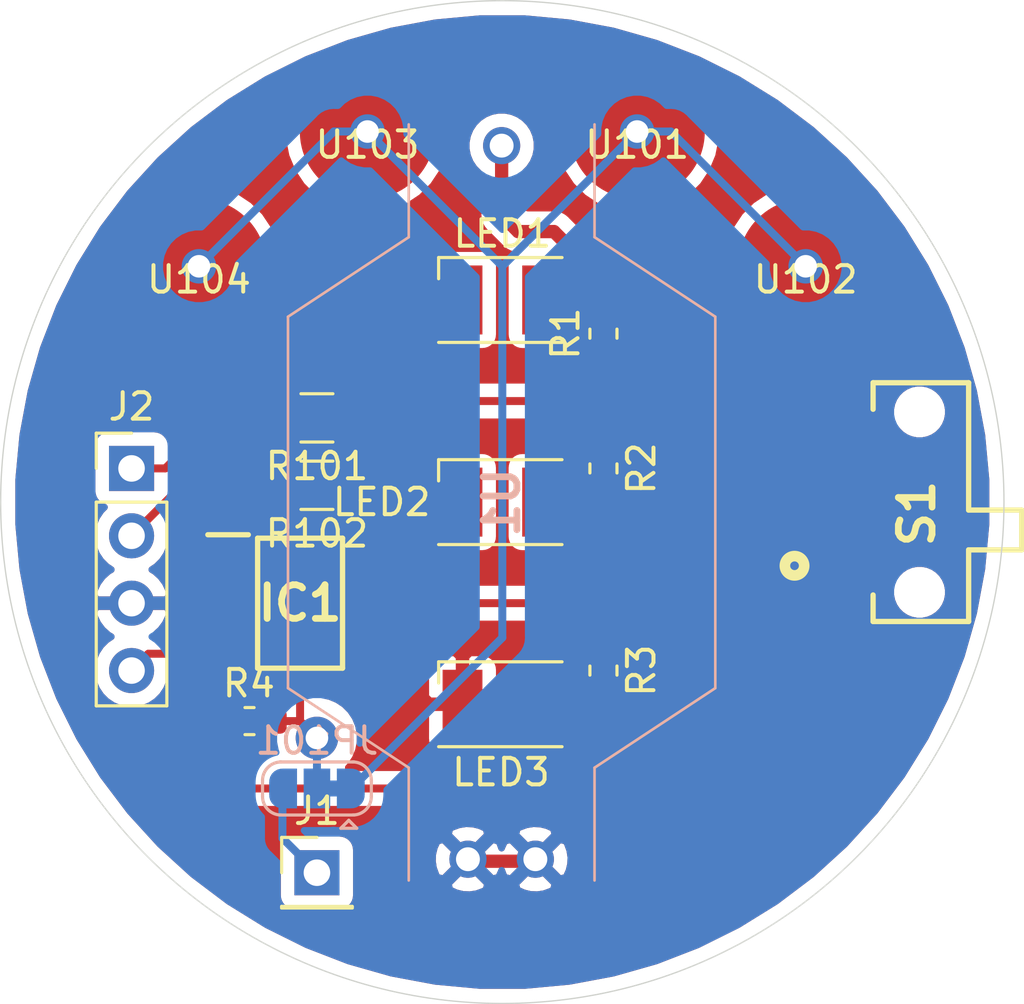
<source format=kicad_pcb>
(kicad_pcb (version 20171130) (host pcbnew 5.1.6+dfsg1-1)

  (general
    (thickness 1.6)
    (drawings 1)
    (tracks 83)
    (zones 0)
    (modules 19)
    (nets 16)
  )

  (page A4)
  (title_block
    (title Ampelschaltung)
  )

  (layers
    (0 F.Cu signal)
    (31 B.Cu signal)
    (32 B.Adhes user)
    (33 F.Adhes user)
    (34 B.Paste user)
    (35 F.Paste user)
    (36 B.SilkS user)
    (37 F.SilkS user)
    (38 B.Mask user)
    (39 F.Mask user)
    (40 Dwgs.User user)
    (41 Cmts.User user)
    (42 Eco1.User user)
    (43 Eco2.User user)
    (44 Edge.Cuts user)
    (45 Margin user)
    (46 B.CrtYd user)
    (47 F.CrtYd user)
    (48 B.Fab user)
    (49 F.Fab user)
  )

  (setup
    (last_trace_width 0.3)
    (user_trace_width 0.2)
    (trace_clearance 0.3)
    (zone_clearance 0.508)
    (zone_45_only no)
    (trace_min 0.2)
    (via_size 1.3)
    (via_drill 0.85)
    (via_min_size 1.3)
    (via_min_drill 0.85)
    (user_via 1.3 0.85)
    (uvia_size 0.3)
    (uvia_drill 0.1)
    (uvias_allowed no)
    (uvia_min_size 0.2)
    (uvia_min_drill 0.1)
    (edge_width 0.05)
    (segment_width 0.2)
    (pcb_text_width 0.3)
    (pcb_text_size 1.5 1.5)
    (mod_edge_width 0.12)
    (mod_text_size 1 1)
    (mod_text_width 0.15)
    (pad_size 1.524 1.524)
    (pad_drill 0.762)
    (pad_to_mask_clearance 0.051)
    (solder_mask_min_width 0.25)
    (aux_axis_origin 0 0)
    (grid_origin 144.2212 116.3066)
    (visible_elements 7FFDFF1F)
    (pcbplotparams
      (layerselection 0x010fc_ffffffff)
      (usegerberextensions false)
      (usegerberattributes false)
      (usegerberadvancedattributes false)
      (creategerberjobfile false)
      (excludeedgelayer true)
      (linewidth 0.100000)
      (plotframeref false)
      (viasonmask false)
      (mode 1)
      (useauxorigin false)
      (hpglpennumber 1)
      (hpglpenspeed 20)
      (hpglpendiameter 15.000000)
      (psnegative false)
      (psa4output false)
      (plotreference true)
      (plotvalue true)
      (plotinvisibletext false)
      (padsonsilk false)
      (subtractmaskfromsilk false)
      (outputformat 1)
      (mirror false)
      (drillshape 1)
      (scaleselection 1)
      (outputdirectory ""))
  )

  (net 0 "")
  (net 1 PB7-LEDs)
  (net 2 +3V3)
  (net 3 GND)
  (net 4 Conn-RST)
  (net 5 PA8-LEDs)
  (net 6 Conn-SWDIO)
  (net 7 Conn-SWCLK)
  (net 8 PA12ReceivePin-kS)
  (net 9 "Net-(LED1-Pad2)")
  (net 10 "Net-(LED2-Pad2)")
  (net 11 "Net-(LED3-Pad2)")
  (net 12 "Net-(J1-Pad1)")
  (net 13 "Net-(J2-Pad1)")
  (net 14 "Net-(J2-Pad2)")
  (net 15 "Net-(JP101-Pad1)")

  (net_class Default "Dies ist die voreingestellte Netzklasse."
    (clearance 0.3)
    (trace_width 0.3)
    (via_dia 1.3)
    (via_drill 0.85)
    (uvia_dia 0.3)
    (uvia_drill 0.1)
    (diff_pair_width 0.25)
    (diff_pair_gap 0.25)
    (add_net Conn-RST)
    (add_net Conn-SWCLK)
    (add_net Conn-SWDIO)
    (add_net "Net-(J1-Pad1)")
    (add_net "Net-(J2-Pad1)")
    (add_net "Net-(J2-Pad2)")
    (add_net "Net-(LED1-Pad2)")
    (add_net "Net-(LED2-Pad2)")
    (add_net "Net-(LED3-Pad2)")
    (add_net PA8-LEDs)
    (add_net PB7-LEDs)
  )

  (net_class Power ""
    (clearance 0.3)
    (trace_width 0.3)
    (via_dia 1.3)
    (via_drill 0.85)
    (uvia_dia 0.4)
    (uvia_drill 0.2)
    (diff_pair_width 0.35)
    (diff_pair_gap 0.35)
    (add_net +3V3)
    (add_net GND)
  )

  (net_class X ""
    (clearance 0.7)
    (trace_width 0.3)
    (via_dia 1.3)
    (via_drill 0.85)
    (uvia_dia 0.3)
    (uvia_drill 0.1)
    (diff_pair_width 0.25)
    (diff_pair_gap 0.25)
    (add_net "Net-(JP101-Pad1)")
    (add_net PA12ReceivePin-kS)
  )

  (module libs_fp:JS102011SAQN (layer F.Cu) (tedit 5F105192) (tstamp 5F10653E)
    (at 158.1912 116.3066 90)
    (descr JS102011SAQN)
    (tags Switch)
    (path /5F0FD9F0)
    (fp_text reference S1 (at -0.43 1.647 90) (layer F.SilkS)
      (effects (font (size 1.27 1.27) (thickness 0.254)))
    )
    (fp_text value JS102011SAQN (at -0.43 1.647 90) (layer F.SilkS) hide
      (effects (font (size 1.27 1.27) (thickness 0.254)))
    )
    (fp_text user %R (at -0.43 1.647 90) (layer F.Fab)
      (effects (font (size 1.27 1.27) (thickness 0.254)))
    )
    (fp_circle (center -2.399 -2.96) (end -2.399 -2.79585) (layer F.SilkS) (width 0.4))
    (fp_line (start 4.5 3.6) (end 4.5 0) (layer F.SilkS) (width 0.2))
    (fp_line (start -0.3 3.6) (end 4.5 3.6) (layer F.SilkS) (width 0.2))
    (fp_line (start -0.3 5.6) (end -0.3 3.6) (layer F.SilkS) (width 0.2))
    (fp_line (start -1.8 5.6) (end -0.3 5.6) (layer F.SilkS) (width 0.2))
    (fp_line (start -1.8 3.6) (end -1.8 5.6) (layer F.SilkS) (width 0.2))
    (fp_line (start -4.5 3.6) (end -1.8 3.6) (layer F.SilkS) (width 0.2))
    (fp_line (start -4.5 0) (end -4.5 3.6) (layer F.SilkS) (width 0.2))
    (fp_line (start -0.3 5.6) (end -0.3 3.6) (layer F.Fab) (width 0.2))
    (fp_line (start -1.8 5.6) (end -0.3 5.6) (layer F.Fab) (width 0.2))
    (fp_line (start -1.8 3.6) (end -1.8 5.6) (layer F.Fab) (width 0.2))
    (fp_line (start -4.5 0) (end -3.5 0) (layer F.SilkS) (width 0.2))
    (fp_line (start 4.5 0) (end 3.5 0) (layer F.SilkS) (width 0.2))
    (fp_line (start -4.5 3.6) (end -4.5 0) (layer F.Fab) (width 0.2))
    (fp_line (start 4.5 3.6) (end -4.5 3.6) (layer F.Fab) (width 0.2))
    (fp_line (start 4.5 0) (end 4.5 3.6) (layer F.Fab) (width 0.2))
    (fp_line (start -4.5 0) (end 4.5 0) (layer F.Fab) (width 0.2))
    (pad "" np_thru_hole circle (at 3.4 1.75 90) (size 0.9 0.9) (drill 0.9) (layers *.Cu *.Mask))
    (pad "" np_thru_hole circle (at -3.4 1.75 90) (size 0.9 0.9) (drill 0.9) (layers *.Cu *.Mask))
    (pad 3 smd rect (at 2.5 -1 90) (size 1.2 2.5) (layers F.Cu F.Paste F.Mask))
    (pad 2 smd rect (at 0 -1 90) (size 1.2 2.5) (layers F.Cu F.Paste F.Mask)
      (net 2 +3V3))
    (pad 1 smd rect (at -2.5 -1 90) (size 1.2 2.5) (layers F.Cu F.Paste F.Mask)
      (net 4 Conn-RST))
  )

  (module libs_fp:Touch_Sens_Pad (layer F.Cu) (tedit 5F0FF3A0) (tstamp 5F10576F)
    (at 139.1412 102.3366)
    (path /5F123EC0)
    (fp_text reference U103 (at 0 0.5) (layer F.SilkS)
      (effects (font (size 1 1) (thickness 0.15)))
    )
    (fp_text value Touch_Sens_Pad (at 0 -0.5) (layer F.Fab)
      (effects (font (size 1 1) (thickness 0.15)))
    )
    (fp_circle (center 0 0) (end 1.3 0) (layer F.Cu) (width 2.5))
    (pad 1 thru_hole circle (at 0 0) (size 1.3 1.3) (drill 0.85) (layers *.Cu *.Mask)
      (net 15 "Net-(JP101-Pad1)"))
  )

  (module libs_fp:Touch_Sens_Pad (layer F.Cu) (tedit 5F0FF3A0) (tstamp 5F105775)
    (at 132.7912 107.4166)
    (path /5F1240DE)
    (fp_text reference U104 (at 0 0.5) (layer F.SilkS)
      (effects (font (size 1 1) (thickness 0.15)))
    )
    (fp_text value Touch_Sens_Pad (at 0 -0.5) (layer F.Fab)
      (effects (font (size 1 1) (thickness 0.15)))
    )
    (fp_circle (center 0 0) (end 1.3 0) (layer F.Cu) (width 2.5))
    (pad 1 thru_hole circle (at 0 0) (size 1.3 1.3) (drill 0.85) (layers *.Cu *.Mask)
      (net 15 "Net-(JP101-Pad1)"))
  )

  (module libs_fp:Touch_Sens_Pad (layer F.Cu) (tedit 5F0FF3A0) (tstamp 5F105769)
    (at 155.6512 107.4166)
    (path /5F123C1E)
    (fp_text reference U102 (at 0 0.5) (layer F.SilkS)
      (effects (font (size 1 1) (thickness 0.15)))
    )
    (fp_text value Touch_Sens_Pad (at 0 -0.5) (layer F.Fab)
      (effects (font (size 1 1) (thickness 0.15)))
    )
    (fp_circle (center 0 0) (end 1.3 0) (layer F.Cu) (width 2.5))
    (pad 1 thru_hole circle (at 0 0) (size 1.3 1.3) (drill 0.85) (layers *.Cu *.Mask)
      (net 15 "Net-(JP101-Pad1)"))
  )

  (module libs_fp:Touch_Sens_Pad (layer F.Cu) (tedit 5F0FF3A0) (tstamp 5F105763)
    (at 149.3012 102.3366)
    (path /5F1231CE)
    (fp_text reference U101 (at 0 0.5) (layer F.SilkS)
      (effects (font (size 1 1) (thickness 0.15)))
    )
    (fp_text value Touch_Sens_Pad (at 0 -0.5) (layer F.Fab)
      (effects (font (size 1 1) (thickness 0.15)))
    )
    (fp_circle (center 0 0) (end 1.3 0) (layer F.Cu) (width 2.5))
    (pad 1 thru_hole circle (at 0 0) (size 1.3 1.3) (drill 0.85) (layers *.Cu *.Mask)
      (net 15 "Net-(JP101-Pad1)"))
  )

  (module libs_fp:HU2032LF (layer B.Cu) (tedit 0) (tstamp 5F0F1D51)
    (at 145.4658 129.7686 90)
    (descr HU2032-LF-3)
    (tags "Undefined or Miscellaneous")
    (path /5EF3D88A)
    (fp_text reference U1 (at 13.45 -1.27 90) (layer B.SilkS)
      (effects (font (size 1.27 1.27) (thickness 0.254)) (justify mirror))
    )
    (fp_text value HU2032-LF (at 13.45 -1.27 90) (layer B.SilkS) hide
      (effects (font (size 1.27 1.27) (thickness 0.254)) (justify mirror))
    )
    (fp_line (start 23.45 -4.77) (end 27.7 -4.77) (layer B.SilkS) (width 0.1))
    (fp_line (start 20.45 -9.32) (end 23.45 -4.77) (layer B.SilkS) (width 0.1))
    (fp_line (start 6.45 -9.32) (end 20.45 -9.32) (layer B.SilkS) (width 0.1))
    (fp_line (start 3.45 -4.77) (end 6.45 -9.32) (layer B.SilkS) (width 0.1))
    (fp_line (start -0.8 -4.77) (end 3.45 -4.77) (layer B.SilkS) (width 0.1))
    (fp_line (start 23.45 2.23) (end 27.7 2.23) (layer B.SilkS) (width 0.1))
    (fp_line (start 20.45 6.78) (end 23.45 2.23) (layer B.SilkS) (width 0.1))
    (fp_line (start 6.45 6.78) (end 20.45 6.78) (layer B.SilkS) (width 0.1))
    (fp_line (start 3.45 2.23) (end 6.45 6.78) (layer B.SilkS) (width 0.1))
    (fp_line (start -0.8 2.23) (end 3.45 2.23) (layer B.SilkS) (width 0.1))
    (fp_line (start 27.7 2.23) (end 23.45 2.23) (layer B.Fab) (width 0.2))
    (fp_line (start 27.7 -4.77) (end 23.45 -4.77) (layer B.Fab) (width 0.2))
    (fp_line (start -0.8 -4.77) (end 3.45 -4.77) (layer B.Fab) (width 0.2))
    (fp_line (start 3.45 2.23) (end -0.8 2.23) (layer B.Fab) (width 0.2))
    (fp_line (start 20.45 6.78) (end 23.45 2.23) (layer B.Fab) (width 0.2))
    (fp_line (start 20.45 -9.32) (end 23.45 -4.77) (layer B.Fab) (width 0.2))
    (fp_line (start 6.45 -9.32) (end 3.45 -4.77) (layer B.Fab) (width 0.2))
    (fp_line (start 6.45 6.78) (end 3.45 2.23) (layer B.Fab) (width 0.2))
    (fp_line (start 6.45 -9.32) (end 20.45 -9.32) (layer B.Fab) (width 0.2))
    (fp_line (start 6.45 6.78) (end 20.45 6.78) (layer B.Fab) (width 0.2))
    (fp_line (start 27.7 2.23) (end 27.7 -4.77) (layer B.Fab) (width 0.2))
    (fp_line (start -0.8 2.23) (end -0.8 -4.77) (layer B.Fab) (width 0.2))
    (fp_line (start 23.45 -1.27) (end 23.45 -1.27) (layer B.Fab) (width 0.2))
    (fp_line (start 3.45 -1.27) (end 3.45 -1.27) (layer B.Fab) (width 0.2))
    (fp_line (start -1.8 -12.27) (end -1.8 9.73) (layer B.CrtYd) (width 0.1))
    (fp_line (start 28.7 -12.27) (end -1.8 -12.27) (layer B.CrtYd) (width 0.1))
    (fp_line (start 28.7 9.73) (end 28.7 -12.27) (layer B.CrtYd) (width 0.1))
    (fp_line (start -1.8 9.73) (end 28.7 9.73) (layer B.CrtYd) (width 0.1))
    (fp_arc (start 13.45 -1.27) (end 23.45 -1.27) (angle 180) (layer B.Fab) (width 0.2))
    (fp_arc (start 13.45 -1.27) (end 3.45 -1.27) (angle 180) (layer B.Fab) (width 0.2))
    (fp_text user %R (at 13.45 -1.27 90) (layer B.Fab)
      (effects (font (size 1.27 1.27) (thickness 0.254)) (justify mirror))
    )
    (pad 3 thru_hole circle (at 26.9 -1.27 90) (size 1.4 1.4) (drill 0.9) (layers *.Cu *.Mask)
      (net 2 +3V3))
    (pad 2 thru_hole circle (at 0 -2.54 90) (size 1.4 1.4) (drill 0.9) (layers *.Cu *.Mask)
      (net 3 GND))
    (pad 1 thru_hole circle (at 0 0 90) (size 1.4 1.4) (drill 0.9) (layers *.Cu *.Mask)
      (net 3 GND))
  )

  (module Resistor_SMD:R_1206_3216Metric_Pad1.42x1.75mm_HandSolder (layer F.Cu) (tedit 5B301BBD) (tstamp 5F10479E)
    (at 137.2362 115.6716 180)
    (descr "Resistor SMD 1206 (3216 Metric), square (rectangular) end terminal, IPC_7351 nominal with elongated pad for handsoldering. (Body size source: http://www.tortai-tech.com/upload/download/2011102023233369053.pdf), generated with kicad-footprint-generator")
    (tags "resistor handsolder")
    (path /5F113F53)
    (attr smd)
    (fp_text reference R102 (at 0 -1.82) (layer F.SilkS)
      (effects (font (size 1 1) (thickness 0.15)))
    )
    (fp_text value 0 (at 0 1.82) (layer F.Fab)
      (effects (font (size 1 1) (thickness 0.15)))
    )
    (fp_line (start 2.45 1.12) (end -2.45 1.12) (layer F.CrtYd) (width 0.05))
    (fp_line (start 2.45 -1.12) (end 2.45 1.12) (layer F.CrtYd) (width 0.05))
    (fp_line (start -2.45 -1.12) (end 2.45 -1.12) (layer F.CrtYd) (width 0.05))
    (fp_line (start -2.45 1.12) (end -2.45 -1.12) (layer F.CrtYd) (width 0.05))
    (fp_line (start -0.602064 0.91) (end 0.602064 0.91) (layer F.SilkS) (width 0.12))
    (fp_line (start -0.602064 -0.91) (end 0.602064 -0.91) (layer F.SilkS) (width 0.12))
    (fp_line (start 1.6 0.8) (end -1.6 0.8) (layer F.Fab) (width 0.1))
    (fp_line (start 1.6 -0.8) (end 1.6 0.8) (layer F.Fab) (width 0.1))
    (fp_line (start -1.6 -0.8) (end 1.6 -0.8) (layer F.Fab) (width 0.1))
    (fp_line (start -1.6 0.8) (end -1.6 -0.8) (layer F.Fab) (width 0.1))
    (fp_text user %R (at 0 0) (layer F.Fab)
      (effects (font (size 0.8 0.8) (thickness 0.12)))
    )
    (pad 2 smd roundrect (at 1.4875 0 180) (size 1.425 1.75) (layers F.Cu F.Paste F.Mask) (roundrect_rratio 0.175439)
      (net 14 "Net-(J2-Pad2)"))
    (pad 1 smd roundrect (at -1.4875 0 180) (size 1.425 1.75) (layers F.Cu F.Paste F.Mask) (roundrect_rratio 0.175439)
      (net 7 Conn-SWCLK))
    (model ${KISYS3DMOD}/Resistor_SMD.3dshapes/R_1206_3216Metric.wrl
      (at (xyz 0 0 0))
      (scale (xyz 1 1 1))
      (rotate (xyz 0 0 0))
    )
  )

  (module Resistor_SMD:R_1206_3216Metric_Pad1.42x1.75mm_HandSolder (layer F.Cu) (tedit 5B301BBD) (tstamp 5F10478D)
    (at 137.2362 113.1316 180)
    (descr "Resistor SMD 1206 (3216 Metric), square (rectangular) end terminal, IPC_7351 nominal with elongated pad for handsoldering. (Body size source: http://www.tortai-tech.com/upload/download/2011102023233369053.pdf), generated with kicad-footprint-generator")
    (tags "resistor handsolder")
    (path /5F113686)
    (attr smd)
    (fp_text reference R101 (at 0 -1.82) (layer F.SilkS)
      (effects (font (size 1 1) (thickness 0.15)))
    )
    (fp_text value 0 (at 0 1.82) (layer F.Fab)
      (effects (font (size 1 1) (thickness 0.15)))
    )
    (fp_line (start 2.45 1.12) (end -2.45 1.12) (layer F.CrtYd) (width 0.05))
    (fp_line (start 2.45 -1.12) (end 2.45 1.12) (layer F.CrtYd) (width 0.05))
    (fp_line (start -2.45 -1.12) (end 2.45 -1.12) (layer F.CrtYd) (width 0.05))
    (fp_line (start -2.45 1.12) (end -2.45 -1.12) (layer F.CrtYd) (width 0.05))
    (fp_line (start -0.602064 0.91) (end 0.602064 0.91) (layer F.SilkS) (width 0.12))
    (fp_line (start -0.602064 -0.91) (end 0.602064 -0.91) (layer F.SilkS) (width 0.12))
    (fp_line (start 1.6 0.8) (end -1.6 0.8) (layer F.Fab) (width 0.1))
    (fp_line (start 1.6 -0.8) (end 1.6 0.8) (layer F.Fab) (width 0.1))
    (fp_line (start -1.6 -0.8) (end 1.6 -0.8) (layer F.Fab) (width 0.1))
    (fp_line (start -1.6 0.8) (end -1.6 -0.8) (layer F.Fab) (width 0.1))
    (fp_text user %R (at 0 0) (layer F.Fab)
      (effects (font (size 0.8 0.8) (thickness 0.12)))
    )
    (pad 2 smd roundrect (at 1.4875 0 180) (size 1.425 1.75) (layers F.Cu F.Paste F.Mask) (roundrect_rratio 0.175439)
      (net 13 "Net-(J2-Pad1)"))
    (pad 1 smd roundrect (at -1.4875 0 180) (size 1.425 1.75) (layers F.Cu F.Paste F.Mask) (roundrect_rratio 0.175439)
      (net 6 Conn-SWDIO))
    (model ${KISYS3DMOD}/Resistor_SMD.3dshapes/R_1206_3216Metric.wrl
      (at (xyz 0 0 0))
      (scale (xyz 1 1 1))
      (rotate (xyz 0 0 0))
    )
  )

  (module Jumper:SolderJumper-3_P1.3mm_Bridged12_RoundedPad1.0x1.5mm (layer B.Cu) (tedit 5C745321) (tstamp 5F10468A)
    (at 137.2362 127.1016 180)
    (descr "SMD Solder 3-pad Jumper, 1x1.5mm rounded Pads, 0.3mm gap, pads 1-2 bridged with 1 copper strip")
    (tags "solder jumper open")
    (path /5F101610)
    (attr virtual)
    (fp_text reference JP101 (at 0 1.8) (layer B.SilkS)
      (effects (font (size 1 1) (thickness 0.15)) (justify mirror))
    )
    (fp_text value SolderJumper_3_Bridged12 (at 0 -1.9) (layer B.Fab)
      (effects (font (size 1 1) (thickness 0.15)) (justify mirror))
    )
    (fp_poly (pts (xy -0.9 0.3) (xy -0.4 0.3) (xy -0.4 -0.3) (xy -0.9 -0.3)) (layer B.Cu) (width 0))
    (fp_line (start 2.3 -1.25) (end -2.3 -1.25) (layer B.CrtYd) (width 0.05))
    (fp_line (start 2.3 -1.25) (end 2.3 1.25) (layer B.CrtYd) (width 0.05))
    (fp_line (start -2.3 1.25) (end -2.3 -1.25) (layer B.CrtYd) (width 0.05))
    (fp_line (start -2.3 1.25) (end 2.3 1.25) (layer B.CrtYd) (width 0.05))
    (fp_line (start -1.4 1) (end 1.4 1) (layer B.SilkS) (width 0.12))
    (fp_line (start 2.05 0.3) (end 2.05 -0.3) (layer B.SilkS) (width 0.12))
    (fp_line (start 1.4 -1) (end -1.4 -1) (layer B.SilkS) (width 0.12))
    (fp_line (start -2.05 -0.3) (end -2.05 0.3) (layer B.SilkS) (width 0.12))
    (fp_line (start -1.2 -1.2) (end -1.5 -1.5) (layer B.SilkS) (width 0.12))
    (fp_line (start -1.5 -1.5) (end -0.9 -1.5) (layer B.SilkS) (width 0.12))
    (fp_line (start -1.2 -1.2) (end -0.9 -1.5) (layer B.SilkS) (width 0.12))
    (fp_arc (start -1.35 0.3) (end -1.35 1) (angle 90) (layer B.SilkS) (width 0.12))
    (fp_arc (start -1.35 -0.3) (end -2.05 -0.3) (angle 90) (layer B.SilkS) (width 0.12))
    (fp_arc (start 1.35 -0.3) (end 1.35 -1) (angle 90) (layer B.SilkS) (width 0.12))
    (fp_arc (start 1.35 0.3) (end 2.05 0.3) (angle 90) (layer B.SilkS) (width 0.12))
    (pad 1 smd custom (at -1.3 0 180) (size 1 0.5) (layers B.Cu B.Mask)
      (net 15 "Net-(JP101-Pad1)") (zone_connect 2)
      (options (clearance outline) (anchor rect))
      (primitives
        (gr_circle (center 0 -0.25) (end 0.5 -0.25) (width 0))
        (gr_circle (center 0 0.25) (end 0.5 0.25) (width 0))
        (gr_poly (pts
           (xy 0.55 0.75) (xy 0 0.75) (xy 0 -0.75) (xy 0.55 -0.75)) (width 0))
      ))
    (pad 2 smd rect (at 0 0 180) (size 1 1.5) (layers B.Cu B.Mask)
      (net 8 PA12ReceivePin-kS))
    (pad 3 smd custom (at 1.3 0 180) (size 1 0.5) (layers B.Cu B.Mask)
      (net 12 "Net-(J1-Pad1)") (zone_connect 2)
      (options (clearance outline) (anchor rect))
      (primitives
        (gr_circle (center 0 -0.25) (end 0.5 -0.25) (width 0))
        (gr_circle (center 0 0.25) (end 0.5 0.25) (width 0))
        (gr_poly (pts
           (xy -0.55 0.75) (xy 0 0.75) (xy 0 -0.75) (xy -0.55 -0.75)) (width 0))
      ))
  )

  (module libs_fp:SOIC127P600X175-8N (layer F.Cu) (tedit 0) (tstamp 5EF460FB)
    (at 136.6012 120.1166)
    (descr SO8N-A)
    (tags "Integrated Circuit")
    (path /5EE382F6)
    (attr smd)
    (fp_text reference IC1 (at 0 0) (layer F.SilkS)
      (effects (font (size 1.27 1.27) (thickness 0.254)))
    )
    (fp_text value STM32G031J6M6 (at 0 0) (layer F.SilkS) hide
      (effects (font (size 1.27 1.27) (thickness 0.254)))
    )
    (fp_line (start -3.475 -2.58) (end -1.95 -2.58) (layer F.SilkS) (width 0.2))
    (fp_line (start -1.6 2.45) (end -1.6 -2.45) (layer F.SilkS) (width 0.2))
    (fp_line (start 1.6 2.45) (end -1.6 2.45) (layer F.SilkS) (width 0.2))
    (fp_line (start 1.6 -2.45) (end 1.6 2.45) (layer F.SilkS) (width 0.2))
    (fp_line (start -1.6 -2.45) (end 1.6 -2.45) (layer F.SilkS) (width 0.2))
    (fp_line (start -1.95 -1.18) (end -0.68 -2.45) (layer F.Fab) (width 0.1))
    (fp_line (start -1.95 2.45) (end -1.95 -2.45) (layer F.Fab) (width 0.1))
    (fp_line (start 1.95 2.45) (end -1.95 2.45) (layer F.Fab) (width 0.1))
    (fp_line (start 1.95 -2.45) (end 1.95 2.45) (layer F.Fab) (width 0.1))
    (fp_line (start -1.95 -2.45) (end 1.95 -2.45) (layer F.Fab) (width 0.1))
    (fp_line (start -3.725 2.75) (end -3.725 -2.75) (layer F.CrtYd) (width 0.05))
    (fp_line (start 3.725 2.75) (end -3.725 2.75) (layer F.CrtYd) (width 0.05))
    (fp_line (start 3.725 -2.75) (end 3.725 2.75) (layer F.CrtYd) (width 0.05))
    (fp_line (start -3.725 -2.75) (end 3.725 -2.75) (layer F.CrtYd) (width 0.05))
    (fp_text user %R (at 0 0) (layer F.Fab)
      (effects (font (size 1.27 1.27) (thickness 0.254)))
    )
    (pad 8 smd rect (at 2.712 -1.905 90) (size 0.65 1.525) (layers F.Cu F.Paste F.Mask)
      (net 7 Conn-SWCLK))
    (pad 7 smd rect (at 2.712 -0.635 90) (size 0.65 1.525) (layers F.Cu F.Paste F.Mask)
      (net 6 Conn-SWDIO))
    (pad 6 smd rect (at 2.712 0.635 90) (size 0.65 1.525) (layers F.Cu F.Paste F.Mask)
      (net 8 PA12ReceivePin-kS))
    (pad 5 smd rect (at 2.712 1.905 90) (size 0.65 1.525) (layers F.Cu F.Paste F.Mask)
      (net 5 PA8-LEDs))
    (pad 4 smd rect (at -2.712 1.905 90) (size 0.65 1.525) (layers F.Cu F.Paste F.Mask)
      (net 4 Conn-RST))
    (pad 3 smd rect (at -2.712 0.635 90) (size 0.65 1.525) (layers F.Cu F.Paste F.Mask)
      (net 3 GND))
    (pad 2 smd rect (at -2.712 -0.635 90) (size 0.65 1.525) (layers F.Cu F.Paste F.Mask)
      (net 2 +3V3))
    (pad 1 smd rect (at -2.712 -1.905 90) (size 0.65 1.525) (layers F.Cu F.Paste F.Mask)
      (net 1 PB7-LEDs))
    (model STM32G031J6M6.stp
      (at (xyz 0 0 0))
      (scale (xyz 1 1 1))
      (rotate (xyz 0 0 0))
    )
  )

  (module Connector_PinHeader_2.54mm:PinHeader_1x01_P2.54mm_Vertical (layer F.Cu) (tedit 59FED5CC) (tstamp 5EFC72AB)
    (at 137.2362 130.2766)
    (descr "Through hole straight pin header, 1x01, 2.54mm pitch, single row")
    (tags "Through hole pin header THT 1x01 2.54mm single row")
    (path /5EF35B4C)
    (fp_text reference J1 (at 0 -2.33) (layer F.SilkS)
      (effects (font (size 1 1) (thickness 0.15)))
    )
    (fp_text value Conn_01x01 (at 0 2.33) (layer F.Fab)
      (effects (font (size 1 1) (thickness 0.15)))
    )
    (fp_line (start -0.635 -1.27) (end 1.27 -1.27) (layer F.Fab) (width 0.1))
    (fp_line (start 1.27 -1.27) (end 1.27 1.27) (layer F.Fab) (width 0.1))
    (fp_line (start 1.27 1.27) (end -1.27 1.27) (layer F.Fab) (width 0.1))
    (fp_line (start -1.27 1.27) (end -1.27 -0.635) (layer F.Fab) (width 0.1))
    (fp_line (start -1.27 -0.635) (end -0.635 -1.27) (layer F.Fab) (width 0.1))
    (fp_line (start -1.33 1.33) (end 1.33 1.33) (layer F.SilkS) (width 0.12))
    (fp_line (start -1.33 1.27) (end -1.33 1.33) (layer F.SilkS) (width 0.12))
    (fp_line (start 1.33 1.27) (end 1.33 1.33) (layer F.SilkS) (width 0.12))
    (fp_line (start -1.33 1.27) (end 1.33 1.27) (layer F.SilkS) (width 0.12))
    (fp_line (start -1.33 0) (end -1.33 -1.33) (layer F.SilkS) (width 0.12))
    (fp_line (start -1.33 -1.33) (end 0 -1.33) (layer F.SilkS) (width 0.12))
    (fp_line (start -1.8 -1.8) (end -1.8 1.8) (layer F.CrtYd) (width 0.05))
    (fp_line (start -1.8 1.8) (end 1.8 1.8) (layer F.CrtYd) (width 0.05))
    (fp_line (start 1.8 1.8) (end 1.8 -1.8) (layer F.CrtYd) (width 0.05))
    (fp_line (start 1.8 -1.8) (end -1.8 -1.8) (layer F.CrtYd) (width 0.05))
    (fp_text user %R (at 0 0 90) (layer F.Fab)
      (effects (font (size 1 1) (thickness 0.15)))
    )
    (pad 1 thru_hole rect (at 0 0) (size 1.7 1.7) (drill 1) (layers *.Cu *.Mask)
      (net 12 "Net-(J1-Pad1)"))
    (model ${KISYS3DMOD}/Connector_PinHeader_2.54mm.3dshapes/PinHeader_1x01_P2.54mm_Vertical.wrl
      (at (xyz 0 0 0))
      (scale (xyz 1 1 1))
      (rotate (xyz 0 0 0))
    )
  )

  (module LED_SMD:LED_PLCC-2 (layer F.Cu) (tedit 59959404) (tstamp 5F0F7A9C)
    (at 144.2212 108.6866)
    (descr "LED PLCC-2 SMD package")
    (tags "LED PLCC-2 SMD")
    (path /5EE8A614)
    (attr smd)
    (fp_text reference LED1 (at 0 -2.5) (layer F.SilkS)
      (effects (font (size 1 1) (thickness 0.15)))
    )
    (fp_text value red (at 0 2.5) (layer F.Fab)
      (effects (font (size 1 1) (thickness 0.15)))
    )
    (fp_circle (center 0 0) (end 0 -1.25) (layer F.Fab) (width 0.1))
    (fp_line (start -1.7 -0.6) (end -0.8 -1.5) (layer F.Fab) (width 0.1))
    (fp_line (start 1.7 1.5) (end 1.7 -1.5) (layer F.Fab) (width 0.1))
    (fp_line (start 1.7 -1.5) (end -1.7 -1.5) (layer F.Fab) (width 0.1))
    (fp_line (start -1.7 -1.5) (end -1.7 1.5) (layer F.Fab) (width 0.1))
    (fp_line (start -1.7 1.5) (end 1.7 1.5) (layer F.Fab) (width 0.1))
    (fp_line (start -2.65 -1.85) (end 2.5 -1.85) (layer F.CrtYd) (width 0.05))
    (fp_line (start 2.5 -1.85) (end 2.5 1.85) (layer F.CrtYd) (width 0.05))
    (fp_line (start 2.5 1.85) (end -2.65 1.85) (layer F.CrtYd) (width 0.05))
    (fp_line (start -2.65 1.85) (end -2.65 -1.85) (layer F.CrtYd) (width 0.05))
    (fp_line (start 2.25 1.6) (end -2.4 1.6) (layer F.SilkS) (width 0.12))
    (fp_line (start 2.25 -1.6) (end -2.4 -1.6) (layer F.SilkS) (width 0.12))
    (fp_line (start -2.4 -1.6) (end -2.4 -0.8) (layer F.SilkS) (width 0.12))
    (fp_text user %R (at 0 0) (layer F.Fab)
      (effects (font (size 0.4 0.4) (thickness 0.1)))
    )
    (pad 1 smd rect (at -1.5 0) (size 1.5 2.6) (layers F.Cu F.Paste F.Mask)
      (net 1 PB7-LEDs))
    (pad 2 smd rect (at 1.5 0) (size 1.5 2.6) (layers F.Cu F.Paste F.Mask)
      (net 9 "Net-(LED1-Pad2)"))
    (model ${KISYS3DMOD}/LED_SMD.3dshapes/LED_PLCC-2.wrl
      (at (xyz 0 0 0))
      (scale (xyz 1 1 1))
      (rotate (xyz 0 0 0))
    )
  )

  (module LED_SMD:LED_PLCC-2 (layer F.Cu) (tedit 59959404) (tstamp 5F05E1B1)
    (at 144.2198 116.3066)
    (descr "LED PLCC-2 SMD package")
    (tags "LED PLCC-2 SMD")
    (path /5EE899FD)
    (attr smd)
    (fp_text reference LED2 (at -4.5452 0) (layer F.SilkS)
      (effects (font (size 1 1) (thickness 0.15)))
    )
    (fp_text value yellow (at 0 2.5) (layer F.Fab)
      (effects (font (size 1 1) (thickness 0.15)))
    )
    (fp_circle (center 0 0) (end 0 -1.25) (layer F.Fab) (width 0.1))
    (fp_line (start -1.7 -0.6) (end -0.8 -1.5) (layer F.Fab) (width 0.1))
    (fp_line (start 1.7 1.5) (end 1.7 -1.5) (layer F.Fab) (width 0.1))
    (fp_line (start 1.7 -1.5) (end -1.7 -1.5) (layer F.Fab) (width 0.1))
    (fp_line (start -1.7 -1.5) (end -1.7 1.5) (layer F.Fab) (width 0.1))
    (fp_line (start -1.7 1.5) (end 1.7 1.5) (layer F.Fab) (width 0.1))
    (fp_line (start -2.65 -1.85) (end 2.5 -1.85) (layer F.CrtYd) (width 0.05))
    (fp_line (start 2.5 -1.85) (end 2.5 1.85) (layer F.CrtYd) (width 0.05))
    (fp_line (start 2.5 1.85) (end -2.65 1.85) (layer F.CrtYd) (width 0.05))
    (fp_line (start -2.65 1.85) (end -2.65 -1.85) (layer F.CrtYd) (width 0.05))
    (fp_line (start 2.25 1.6) (end -2.4 1.6) (layer F.SilkS) (width 0.12))
    (fp_line (start 2.25 -1.6) (end -2.4 -1.6) (layer F.SilkS) (width 0.12))
    (fp_line (start -2.4 -1.6) (end -2.4 -0.8) (layer F.SilkS) (width 0.12))
    (fp_text user %R (at 0 0) (layer F.Fab)
      (effects (font (size 0.4 0.4) (thickness 0.1)))
    )
    (pad 1 smd rect (at -1.5 0) (size 1.5 2.6) (layers F.Cu F.Paste F.Mask)
      (net 5 PA8-LEDs))
    (pad 2 smd rect (at 1.5 0) (size 1.5 2.6) (layers F.Cu F.Paste F.Mask)
      (net 10 "Net-(LED2-Pad2)"))
    (model ${KISYS3DMOD}/LED_SMD.3dshapes/LED_PLCC-2.wrl
      (at (xyz 0 0 0))
      (scale (xyz 1 1 1))
      (rotate (xyz 0 0 0))
    )
  )

  (module LED_SMD:LED_PLCC-2 (layer F.Cu) (tedit 59959404) (tstamp 5F05E1C4)
    (at 144.2212 123.9266)
    (descr "LED PLCC-2 SMD package")
    (tags "LED PLCC-2 SMD")
    (path /5EE89DD8)
    (attr smd)
    (fp_text reference LED3 (at -0.0508 2.5654) (layer F.SilkS)
      (effects (font (size 1 1) (thickness 0.15)))
    )
    (fp_text value green (at 0 2.5) (layer F.Fab)
      (effects (font (size 1 1) (thickness 0.15)))
    )
    (fp_line (start -2.4 -1.6) (end -2.4 -0.8) (layer F.SilkS) (width 0.12))
    (fp_line (start 2.25 -1.6) (end -2.4 -1.6) (layer F.SilkS) (width 0.12))
    (fp_line (start 2.25 1.6) (end -2.4 1.6) (layer F.SilkS) (width 0.12))
    (fp_line (start -2.65 1.85) (end -2.65 -1.85) (layer F.CrtYd) (width 0.05))
    (fp_line (start 2.5 1.85) (end -2.65 1.85) (layer F.CrtYd) (width 0.05))
    (fp_line (start 2.5 -1.85) (end 2.5 1.85) (layer F.CrtYd) (width 0.05))
    (fp_line (start -2.65 -1.85) (end 2.5 -1.85) (layer F.CrtYd) (width 0.05))
    (fp_line (start -1.7 1.5) (end 1.7 1.5) (layer F.Fab) (width 0.1))
    (fp_line (start -1.7 -1.5) (end -1.7 1.5) (layer F.Fab) (width 0.1))
    (fp_line (start 1.7 -1.5) (end -1.7 -1.5) (layer F.Fab) (width 0.1))
    (fp_line (start 1.7 1.5) (end 1.7 -1.5) (layer F.Fab) (width 0.1))
    (fp_line (start -1.7 -0.6) (end -0.8 -1.5) (layer F.Fab) (width 0.1))
    (fp_circle (center 0 0) (end 0 -1.25) (layer F.Fab) (width 0.1))
    (fp_text user %R (at 8.382 0.127) (layer F.Fab)
      (effects (font (size 0.4 0.4) (thickness 0.1)))
    )
    (pad 2 smd rect (at 1.5 0) (size 1.5 2.6) (layers F.Cu F.Paste F.Mask)
      (net 11 "Net-(LED3-Pad2)"))
    (pad 1 smd rect (at -1.5 0) (size 1.5 2.6) (layers F.Cu F.Paste F.Mask)
      (net 3 GND))
    (model ${KISYS3DMOD}/LED_SMD.3dshapes/LED_PLCC-2.wrl
      (at (xyz 0 0 0))
      (scale (xyz 1 1 1))
      (rotate (xyz 0 0 0))
    )
  )

  (module Resistor_SMD:R_0603_1608Metric_Pad1.05x0.95mm_HandSolder (layer F.Cu) (tedit 5B301BBD) (tstamp 5F05E1D7)
    (at 148.0312 109.9566 90)
    (descr "Resistor SMD 0603 (1608 Metric), square (rectangular) end terminal, IPC_7351 nominal with elongated pad for handsoldering. (Body size source: http://www.tortai-tech.com/upload/download/2011102023233369053.pdf), generated with kicad-footprint-generator")
    (tags "resistor handsolder")
    (path /5EE8AD00)
    (attr smd)
    (fp_text reference R1 (at 0 -1.43 90) (layer F.SilkS)
      (effects (font (size 1 1) (thickness 0.15)))
    )
    (fp_text value "56 Ohm" (at 0 1.43 90) (layer F.Fab)
      (effects (font (size 1 1) (thickness 0.15)))
    )
    (fp_line (start -0.8 0.4) (end -0.8 -0.4) (layer F.Fab) (width 0.1))
    (fp_line (start -0.8 -0.4) (end 0.8 -0.4) (layer F.Fab) (width 0.1))
    (fp_line (start 0.8 -0.4) (end 0.8 0.4) (layer F.Fab) (width 0.1))
    (fp_line (start 0.8 0.4) (end -0.8 0.4) (layer F.Fab) (width 0.1))
    (fp_line (start -0.171267 -0.51) (end 0.171267 -0.51) (layer F.SilkS) (width 0.12))
    (fp_line (start -0.171267 0.51) (end 0.171267 0.51) (layer F.SilkS) (width 0.12))
    (fp_line (start -1.65 0.73) (end -1.65 -0.73) (layer F.CrtYd) (width 0.05))
    (fp_line (start -1.65 -0.73) (end 1.65 -0.73) (layer F.CrtYd) (width 0.05))
    (fp_line (start 1.65 -0.73) (end 1.65 0.73) (layer F.CrtYd) (width 0.05))
    (fp_line (start 1.65 0.73) (end -1.65 0.73) (layer F.CrtYd) (width 0.05))
    (fp_text user %R (at 0 0 90) (layer F.Fab)
      (effects (font (size 0.4 0.4) (thickness 0.06)))
    )
    (pad 1 smd roundrect (at -0.875 0 90) (size 1.05 0.95) (layers F.Cu F.Paste F.Mask) (roundrect_rratio 0.25)
      (net 2 +3V3))
    (pad 2 smd roundrect (at 0.875 0 90) (size 1.05 0.95) (layers F.Cu F.Paste F.Mask) (roundrect_rratio 0.25)
      (net 9 "Net-(LED1-Pad2)"))
    (model ${KISYS3DMOD}/Resistor_SMD.3dshapes/R_0603_1608Metric.wrl
      (at (xyz 0 0 0))
      (scale (xyz 1 1 1))
      (rotate (xyz 0 0 0))
    )
  )

  (module Resistor_SMD:R_0603_1608Metric_Pad1.05x0.95mm_HandSolder (layer F.Cu) (tedit 5B301BBD) (tstamp 5F05E1E7)
    (at 148.0312 115.0366 270)
    (descr "Resistor SMD 0603 (1608 Metric), square (rectangular) end terminal, IPC_7351 nominal with elongated pad for handsoldering. (Body size source: http://www.tortai-tech.com/upload/download/2011102023233369053.pdf), generated with kicad-footprint-generator")
    (tags "resistor handsolder")
    (path /5EE3B4D7)
    (attr smd)
    (fp_text reference R2 (at 0 -1.43 90) (layer F.SilkS)
      (effects (font (size 1 1) (thickness 0.15)))
    )
    (fp_text value "56 Ohm" (at 0 1.43 90) (layer F.Fab)
      (effects (font (size 1 1) (thickness 0.15)))
    )
    (fp_line (start 1.65 0.73) (end -1.65 0.73) (layer F.CrtYd) (width 0.05))
    (fp_line (start 1.65 -0.73) (end 1.65 0.73) (layer F.CrtYd) (width 0.05))
    (fp_line (start -1.65 -0.73) (end 1.65 -0.73) (layer F.CrtYd) (width 0.05))
    (fp_line (start -1.65 0.73) (end -1.65 -0.73) (layer F.CrtYd) (width 0.05))
    (fp_line (start -0.171267 0.51) (end 0.171267 0.51) (layer F.SilkS) (width 0.12))
    (fp_line (start -0.171267 -0.51) (end 0.171267 -0.51) (layer F.SilkS) (width 0.12))
    (fp_line (start 0.8 0.4) (end -0.8 0.4) (layer F.Fab) (width 0.1))
    (fp_line (start 0.8 -0.4) (end 0.8 0.4) (layer F.Fab) (width 0.1))
    (fp_line (start -0.8 -0.4) (end 0.8 -0.4) (layer F.Fab) (width 0.1))
    (fp_line (start -0.8 0.4) (end -0.8 -0.4) (layer F.Fab) (width 0.1))
    (fp_text user %R (at 0 0 90) (layer F.Fab)
      (effects (font (size 0.4 0.4) (thickness 0.06)))
    )
    (pad 2 smd roundrect (at 0.875 0 270) (size 1.05 0.95) (layers F.Cu F.Paste F.Mask) (roundrect_rratio 0.25)
      (net 10 "Net-(LED2-Pad2)"))
    (pad 1 smd roundrect (at -0.875 0 270) (size 1.05 0.95) (layers F.Cu F.Paste F.Mask) (roundrect_rratio 0.25)
      (net 2 +3V3))
    (model ${KISYS3DMOD}/Resistor_SMD.3dshapes/R_0603_1608Metric.wrl
      (at (xyz 0 0 0))
      (scale (xyz 1 1 1))
      (rotate (xyz 0 0 0))
    )
  )

  (module Resistor_SMD:R_0603_1608Metric_Pad1.05x0.95mm_HandSolder (layer F.Cu) (tedit 5B301BBD) (tstamp 5F05E1F7)
    (at 148.0312 122.6566 270)
    (descr "Resistor SMD 0603 (1608 Metric), square (rectangular) end terminal, IPC_7351 nominal with elongated pad for handsoldering. (Body size source: http://www.tortai-tech.com/upload/download/2011102023233369053.pdf), generated with kicad-footprint-generator")
    (tags "resistor handsolder")
    (path /5EE3AF75)
    (attr smd)
    (fp_text reference R3 (at 0 -1.43 90) (layer F.SilkS)
      (effects (font (size 1 1) (thickness 0.15)))
    )
    (fp_text value "68 Ohm" (at 0 1.43 90) (layer F.Fab)
      (effects (font (size 1 1) (thickness 0.15)))
    )
    (fp_line (start -0.8 0.4) (end -0.8 -0.4) (layer F.Fab) (width 0.1))
    (fp_line (start -0.8 -0.4) (end 0.8 -0.4) (layer F.Fab) (width 0.1))
    (fp_line (start 0.8 -0.4) (end 0.8 0.4) (layer F.Fab) (width 0.1))
    (fp_line (start 0.8 0.4) (end -0.8 0.4) (layer F.Fab) (width 0.1))
    (fp_line (start -0.171267 -0.51) (end 0.171267 -0.51) (layer F.SilkS) (width 0.12))
    (fp_line (start -0.171267 0.51) (end 0.171267 0.51) (layer F.SilkS) (width 0.12))
    (fp_line (start -1.65 0.73) (end -1.65 -0.73) (layer F.CrtYd) (width 0.05))
    (fp_line (start -1.65 -0.73) (end 1.65 -0.73) (layer F.CrtYd) (width 0.05))
    (fp_line (start 1.65 -0.73) (end 1.65 0.73) (layer F.CrtYd) (width 0.05))
    (fp_line (start 1.65 0.73) (end -1.65 0.73) (layer F.CrtYd) (width 0.05))
    (fp_text user %R (at 0 0 90) (layer F.Fab)
      (effects (font (size 0.4 0.4) (thickness 0.06)))
    )
    (pad 1 smd roundrect (at -0.875 0 270) (size 1.05 0.95) (layers F.Cu F.Paste F.Mask) (roundrect_rratio 0.25)
      (net 5 PA8-LEDs))
    (pad 2 smd roundrect (at 0.875 0 270) (size 1.05 0.95) (layers F.Cu F.Paste F.Mask) (roundrect_rratio 0.25)
      (net 11 "Net-(LED3-Pad2)"))
    (model ${KISYS3DMOD}/Resistor_SMD.3dshapes/R_0603_1608Metric.wrl
      (at (xyz 0 0 0))
      (scale (xyz 1 1 1))
      (rotate (xyz 0 0 0))
    )
  )

  (module Resistor_SMD:R_0603_1608Metric_Pad1.05x0.95mm_HandSolder (layer F.Cu) (tedit 5B301BBD) (tstamp 5F05E207)
    (at 134.6962 124.5616)
    (descr "Resistor SMD 0603 (1608 Metric), square (rectangular) end terminal, IPC_7351 nominal with elongated pad for handsoldering. (Body size source: http://www.tortai-tech.com/upload/download/2011102023233369053.pdf), generated with kicad-footprint-generator")
    (tags "resistor handsolder")
    (path /5EEFE0D3)
    (attr smd)
    (fp_text reference R4 (at -0.0254 -1.4224) (layer F.SilkS)
      (effects (font (size 1 1) (thickness 0.15)))
    )
    (fp_text value "1 MOhm" (at 0 1.43) (layer F.Fab)
      (effects (font (size 1 1) (thickness 0.15)))
    )
    (fp_line (start 1.65 0.73) (end -1.65 0.73) (layer F.CrtYd) (width 0.05))
    (fp_line (start 1.65 -0.73) (end 1.65 0.73) (layer F.CrtYd) (width 0.05))
    (fp_line (start -1.65 -0.73) (end 1.65 -0.73) (layer F.CrtYd) (width 0.05))
    (fp_line (start -1.65 0.73) (end -1.65 -0.73) (layer F.CrtYd) (width 0.05))
    (fp_line (start -0.171267 0.51) (end 0.171267 0.51) (layer F.SilkS) (width 0.12))
    (fp_line (start -0.171267 -0.51) (end 0.171267 -0.51) (layer F.SilkS) (width 0.12))
    (fp_line (start 0.8 0.4) (end -0.8 0.4) (layer F.Fab) (width 0.1))
    (fp_line (start 0.8 -0.4) (end 0.8 0.4) (layer F.Fab) (width 0.1))
    (fp_line (start -0.8 -0.4) (end 0.8 -0.4) (layer F.Fab) (width 0.1))
    (fp_line (start -0.8 0.4) (end -0.8 -0.4) (layer F.Fab) (width 0.1))
    (fp_text user %R (at 0 0) (layer F.Fab)
      (effects (font (size 0.4 0.4) (thickness 0.06)))
    )
    (pad 2 smd roundrect (at 0.875 0) (size 1.05 0.95) (layers F.Cu F.Paste F.Mask) (roundrect_rratio 0.25)
      (net 8 PA12ReceivePin-kS))
    (pad 1 smd roundrect (at -0.875 0) (size 1.05 0.95) (layers F.Cu F.Paste F.Mask) (roundrect_rratio 0.25)
      (net 4 Conn-RST))
    (model ${KISYS3DMOD}/Resistor_SMD.3dshapes/R_0603_1608Metric.wrl
      (at (xyz 0 0 0))
      (scale (xyz 1 1 1))
      (rotate (xyz 0 0 0))
    )
  )

  (module Connector_PinHeader_2.54mm:PinHeader_1x04_P2.54mm_Vertical (layer F.Cu) (tedit 59FED5CC) (tstamp 5F0F0870)
    (at 130.2512 115.0366)
    (descr "Through hole straight pin header, 1x04, 2.54mm pitch, single row")
    (tags "Through hole pin header THT 1x04 2.54mm single row")
    (path /5F0F49B6)
    (fp_text reference J2 (at 0 -2.33) (layer F.SilkS)
      (effects (font (size 1 1) (thickness 0.15)))
    )
    (fp_text value Conn_01x04_Male (at 0 9.95) (layer F.Fab)
      (effects (font (size 1 1) (thickness 0.15)))
    )
    (fp_line (start -0.635 -1.27) (end 1.27 -1.27) (layer F.Fab) (width 0.1))
    (fp_line (start 1.27 -1.27) (end 1.27 8.89) (layer F.Fab) (width 0.1))
    (fp_line (start 1.27 8.89) (end -1.27 8.89) (layer F.Fab) (width 0.1))
    (fp_line (start -1.27 8.89) (end -1.27 -0.635) (layer F.Fab) (width 0.1))
    (fp_line (start -1.27 -0.635) (end -0.635 -1.27) (layer F.Fab) (width 0.1))
    (fp_line (start -1.33 8.95) (end 1.33 8.95) (layer F.SilkS) (width 0.12))
    (fp_line (start -1.33 1.27) (end -1.33 8.95) (layer F.SilkS) (width 0.12))
    (fp_line (start 1.33 1.27) (end 1.33 8.95) (layer F.SilkS) (width 0.12))
    (fp_line (start -1.33 1.27) (end 1.33 1.27) (layer F.SilkS) (width 0.12))
    (fp_line (start -1.33 0) (end -1.33 -1.33) (layer F.SilkS) (width 0.12))
    (fp_line (start -1.33 -1.33) (end 0 -1.33) (layer F.SilkS) (width 0.12))
    (fp_line (start -1.8 -1.8) (end -1.8 9.4) (layer F.CrtYd) (width 0.05))
    (fp_line (start -1.8 9.4) (end 1.8 9.4) (layer F.CrtYd) (width 0.05))
    (fp_line (start 1.8 9.4) (end 1.8 -1.8) (layer F.CrtYd) (width 0.05))
    (fp_line (start 1.8 -1.8) (end -1.8 -1.8) (layer F.CrtYd) (width 0.05))
    (fp_text user %R (at 0 3.81 90) (layer F.Fab)
      (effects (font (size 1 1) (thickness 0.15)))
    )
    (pad 1 thru_hole rect (at 0 0) (size 1.7 1.7) (drill 1) (layers *.Cu *.Mask)
      (net 13 "Net-(J2-Pad1)"))
    (pad 2 thru_hole oval (at 0 2.54) (size 1.7 1.7) (drill 1) (layers *.Cu *.Mask)
      (net 14 "Net-(J2-Pad2)"))
    (pad 3 thru_hole oval (at 0 5.08) (size 1.7 1.7) (drill 1) (layers *.Cu *.Mask)
      (net 3 GND))
    (pad 4 thru_hole oval (at 0 7.62) (size 1.7 1.7) (drill 1) (layers *.Cu *.Mask)
      (net 4 Conn-RST))
    (model ${KISYS3DMOD}/Connector_PinHeader_2.54mm.3dshapes/PinHeader_1x04_P2.54mm_Vertical.wrl
      (at (xyz 0 0 0))
      (scale (xyz 1 1 1))
      (rotate (xyz 0 0 0))
    )
  )

  (gr_circle (center 144.2212 116.304918) (end 161.417 108.458) (layer Edge.Cuts) (width 0.05))

  (segment (start 140.4112 108.6866) (end 142.7212 108.6866) (width 0.3) (layer F.Cu) (net 1))
  (segment (start 139.1412 108.6866) (end 140.4112 108.6866) (width 0.3) (layer F.Cu) (net 1))
  (segment (start 136.91121 110.91659) (end 139.1412 108.6866) (width 0.3) (layer F.Cu) (net 1))
  (segment (start 136.91121 116.586556) (end 136.91121 110.91659) (width 0.3) (layer F.Cu) (net 1))
  (segment (start 135.286166 118.2116) (end 136.91121 116.586556) (width 0.3) (layer F.Cu) (net 1))
  (segment (start 133.8892 118.2116) (end 135.286166 118.2116) (width 0.3) (layer F.Cu) (net 1))
  (segment (start 148.0312 112.4966) (end 148.0312 114.1616) (width 0.5) (layer F.Cu) (net 2))
  (segment (start 148.0312 112.4966) (end 148.0312 110.8316) (width 0.5) (layer F.Cu) (net 2))
  (segment (start 149.3012 107.974) (end 149.3012 112.4966) (width 0.5) (layer F.Cu) (net 2))
  (segment (start 149.3012 112.4966) (end 148.0312 112.4966) (width 0.5) (layer F.Cu) (net 2))
  (segment (start 148.0312 112.4966) (end 148.6662 112.4966) (width 0.5) (layer F.Cu) (net 2))
  (segment (start 137.511221 116.922079) (end 137.511221 111.586579) (width 0.3) (layer F.Cu) (net 2))
  (segment (start 134.9517 119.4816) (end 137.511221 116.922079) (width 0.3) (layer F.Cu) (net 2))
  (segment (start 133.8892 119.4816) (end 134.9517 119.4816) (width 0.3) (layer F.Cu) (net 2))
  (segment (start 137.511221 111.586579) (end 140.136179 111.586579) (width 0.3) (layer F.Cu) (net 2))
  (segment (start 141.0462 112.4966) (end 148.0312 112.4966) (width 0.3) (layer F.Cu) (net 2))
  (segment (start 140.136179 111.586579) (end 141.0462 112.4966) (width 0.3) (layer F.Cu) (net 2))
  (segment (start 153.1112 116.3066) (end 149.3012 112.4966) (width 0.3) (layer F.Cu) (net 2))
  (segment (start 157.1912 116.3066) (end 153.1112 116.3066) (width 0.3) (layer F.Cu) (net 2))
  (segment (start 144.1958 102.8686) (end 144.1958 105.4862) (width 0.5) (layer F.Cu) (net 2))
  (segment (start 144.1958 105.4862) (end 144.8174 106.1078) (width 0.5) (layer F.Cu) (net 2))
  (segment (start 149.3012 107.974) (end 149.2236 107.974) (width 0.5) (layer F.Cu) (net 2))
  (segment (start 149.2236 107.974) (end 148.6662 107.4166) (width 0.5) (layer F.Cu) (net 2))
  (segment (start 147.4738 107.4166) (end 146.165 106.1078) (width 0.5) (layer F.Cu) (net 2))
  (segment (start 148.6662 107.4166) (end 147.4738 107.4166) (width 0.5) (layer F.Cu) (net 2))
  (segment (start 144.8174 106.1078) (end 146.165 106.1078) (width 0.5) (layer F.Cu) (net 2))
  (segment (start 145.3896 129.8448) (end 142.8496 129.8448) (width 0.5) (layer F.Cu) (net 3) (status 30))
  (segment (start 130.8862 122.0216) (end 130.2512 122.6566) (width 0.3) (layer F.Cu) (net 4))
  (segment (start 133.8892 122.0216) (end 130.8862 122.0216) (width 0.3) (layer F.Cu) (net 4))
  (segment (start 133.8892 124.4936) (end 133.8212 124.5616) (width 0.3) (layer F.Cu) (net 4))
  (segment (start 133.8892 122.0216) (end 133.8892 124.4936) (width 0.3) (layer F.Cu) (net 4))
  (segment (start 133.8212 126.2266) (end 133.8212 124.5616) (width 0.3) (layer F.Cu) (net 4))
  (segment (start 134.6962 127.1016) (end 133.8212 126.2266) (width 0.3) (layer F.Cu) (net 4))
  (segment (start 153.7462 127.1016) (end 134.6962 127.1016) (width 0.3) (layer F.Cu) (net 4))
  (segment (start 155.0162 125.8316) (end 153.7462 127.1016) (width 0.3) (layer F.Cu) (net 4))
  (segment (start 155.0162 120.1166) (end 155.0162 125.8316) (width 0.3) (layer F.Cu) (net 4))
  (segment (start 156.3262 118.8066) (end 155.0162 120.1166) (width 0.3) (layer F.Cu) (net 4))
  (segment (start 157.1912 118.8066) (end 156.3262 118.8066) (width 0.3) (layer F.Cu) (net 4))
  (segment (start 148.0312 121.7816) (end 146.3662 120.1166) (width 0.3) (layer F.Cu) (net 5))
  (segment (start 146.3662 120.1166) (end 146.1262 120.1166) (width 0.3) (layer F.Cu) (net 5))
  (segment (start 146.1262 120.1166) (end 142.9512 120.1166) (width 0.3) (layer F.Cu) (net 5))
  (segment (start 139.3132 122.0216) (end 140.4112 122.0216) (width 0.3) (layer F.Cu) (net 5))
  (segment (start 140.4112 122.0216) (end 142.3162 120.1166) (width 0.3) (layer F.Cu) (net 5))
  (segment (start 142.9512 120.1166) (end 142.3162 120.1166) (width 0.3) (layer F.Cu) (net 5))
  (segment (start 142.3162 116.7102) (end 142.7198 116.3066) (width 0.3) (layer F.Cu) (net 5))
  (segment (start 142.3162 120.1166) (end 142.3162 116.7102) (width 0.3) (layer F.Cu) (net 5))
  (segment (start 141.0462 115.671606) (end 139.141194 113.7666) (width 0.3) (layer F.Cu) (net 6))
  (segment (start 141.0462 118.8466) (end 141.0462 115.671606) (width 0.3) (layer F.Cu) (net 6))
  (segment (start 140.4112 119.4816) (end 141.0462 118.8466) (width 0.3) (layer F.Cu) (net 6))
  (segment (start 139.3132 119.4816) (end 140.4112 119.4816) (width 0.3) (layer F.Cu) (net 6))
  (segment (start 139.3132 116.2611) (end 138.7237 115.6716) (width 0.3) (layer F.Cu) (net 7))
  (segment (start 139.3132 118.2116) (end 139.3132 116.2611) (width 0.3) (layer F.Cu) (net 7))
  (via (at 137.2362 125.1966) (size 1.6) (drill 0.85) (layers F.Cu B.Cu) (net 8))
  (segment (start 136.6012 124.5616) (end 137.2362 125.1966) (width 0.3) (layer F.Cu) (net 8))
  (segment (start 135.5712 124.5616) (end 136.6012 124.5616) (width 0.3) (layer F.Cu) (net 8))
  (segment (start 137.2362 125.1966) (end 137.2362 125.899502) (width 0.3) (layer B.Cu) (net 8))
  (segment (start 137.2362 127.1016) (end 137.2362 125.899502) (width 0.3) (layer B.Cu) (net 8))
  (segment (start 137.2362 120.7516) (end 139.3132 120.7516) (width 0.3) (layer F.Cu) (net 8))
  (segment (start 136.6012 121.3866) (end 137.2362 120.7516) (width 0.3) (layer F.Cu) (net 8))
  (segment (start 136.6012 124.5616) (end 136.6012 121.3866) (width 0.3) (layer F.Cu) (net 8))
  (segment (start 146.1162 109.0816) (end 145.7212 108.6866) (width 0.3) (layer F.Cu) (net 9))
  (segment (start 148.0312 109.0816) (end 146.1162 109.0816) (width 0.3) (layer F.Cu) (net 9))
  (segment (start 146.1148 115.9116) (end 145.7198 116.3066) (width 0.3) (layer F.Cu) (net 10))
  (segment (start 148.0312 115.9116) (end 146.1148 115.9116) (width 0.3) (layer F.Cu) (net 10))
  (segment (start 146.1162 123.5316) (end 145.7212 123.9266) (width 0.3) (layer F.Cu) (net 11))
  (segment (start 148.0312 123.5316) (end 146.1162 123.5316) (width 0.3) (layer F.Cu) (net 11))
  (segment (start 135.9362 128.9766) (end 135.9362 127.1016) (width 0.3) (layer B.Cu) (net 12))
  (segment (start 137.2362 130.2766) (end 135.9362 128.9766) (width 0.3) (layer B.Cu) (net 12))
  (segment (start 130.2512 115.0366) (end 131.5212 115.0366) (width 0.3) (layer F.Cu) (net 13))
  (segment (start 131.5212 115.0366) (end 132.1562 114.4016) (width 0.3) (layer F.Cu) (net 13))
  (segment (start 132.1562 114.4016) (end 133.4262 114.4016) (width 0.3) (layer F.Cu) (net 13))
  (segment (start 134.6962 113.1316) (end 135.606178 113.1316) (width 0.3) (layer F.Cu) (net 13))
  (segment (start 133.4262 114.4016) (end 134.6962 113.1316) (width 0.3) (layer F.Cu) (net 13))
  (segment (start 132.1562 115.6716) (end 135.606178 115.6716) (width 0.3) (layer F.Cu) (net 14))
  (segment (start 130.2512 117.5766) (end 132.1562 115.6716) (width 0.3) (layer F.Cu) (net 14))
  (segment (start 150.5712 102.3366) (end 149.3012 102.3366) (width 0.3) (layer B.Cu) (net 15))
  (segment (start 155.6512 107.4166) (end 150.5712 102.3366) (width 0.3) (layer B.Cu) (net 15))
  (segment (start 137.8712 102.3366) (end 139.1412 102.3366) (width 0.3) (layer B.Cu) (net 15))
  (segment (start 132.7912 107.4166) (end 137.8712 102.3366) (width 0.3) (layer B.Cu) (net 15))
  (segment (start 149.3012 102.3366) (end 144.2212 107.4166) (width 0.3) (layer B.Cu) (net 15))
  (segment (start 139.1412 102.3366) (end 144.2212 107.4166) (width 0.3) (layer B.Cu) (net 15))
  (segment (start 144.2212 121.4166) (end 138.5362 127.1016) (width 0.3) (layer B.Cu) (net 15))
  (segment (start 144.2212 107.4166) (end 144.2212 121.4166) (width 0.3) (layer B.Cu) (net 15))

  (zone (net 3) (net_name GND) (layer F.Cu) (tstamp 5F106E03) (hatch edge 0.508)
    (connect_pads (clearance 0.508))
    (min_thickness 0.254)
    (fill yes (arc_segments 32) (thermal_gap 0.508) (thermal_bridge_width 0.508))
    (polygon
      (pts
        (xy 154.2796 100.4316) (xy 159.3342 105.1306) (xy 161.671 109.347) (xy 162.7124 113.0046) (xy 162.9664 117.6528)
        (xy 161.0868 124.587) (xy 157.3784 129.7178) (xy 152.4 133.223) (xy 148.082 134.6962) (xy 143.2306 135.0772)
        (xy 139.2682 134.4422) (xy 134.0358 132.1054) (xy 130.9878 129.6416) (xy 129.0574 127.4064) (xy 127.3302 124.5616)
        (xy 126.2126 121.6914) (xy 125.476 117.6782) (xy 125.5014 114.7572) (xy 125.9586 111.8362) (xy 127.5334 107.6706)
        (xy 130.6576 103.3018) (xy 134.3152 100.33) (xy 139.2682 98.171) (xy 146.8882 97.7138)
      )
    )
    (filled_polygon
      (pts
        (xy 146.74139 98.238269) (xy 148.397619 98.547872) (xy 150.018217 99.008972) (xy 151.589357 99.617634) (xy 153.097634 100.368667)
        (xy 154.53018 101.255662) (xy 155.874774 102.271052) (xy 157.119944 103.406174) (xy 158.255066 104.651344) (xy 159.270456 105.995938)
        (xy 160.157451 107.428484) (xy 160.908484 108.936761) (xy 161.517146 110.507901) (xy 161.978246 112.128499) (xy 162.287849 113.784728)
        (xy 162.443314 115.462459) (xy 162.443314 117.147377) (xy 162.287849 118.825108) (xy 161.978246 120.481337) (xy 161.517146 122.101935)
        (xy 160.908484 123.673075) (xy 160.157451 125.181352) (xy 159.270456 126.613898) (xy 158.255066 127.958492) (xy 157.119944 129.203662)
        (xy 155.874774 130.338784) (xy 154.53018 131.354174) (xy 153.097634 132.241169) (xy 151.589357 132.992202) (xy 150.018217 133.600864)
        (xy 148.397619 134.061964) (xy 146.74139 134.371567) (xy 145.063659 134.527032) (xy 143.378741 134.527032) (xy 141.70101 134.371567)
        (xy 140.044781 134.061964) (xy 138.424183 133.600864) (xy 136.853043 132.992202) (xy 135.344766 132.241169) (xy 133.91222 131.354174)
        (xy 132.567626 130.338784) (xy 131.567008 129.4266) (xy 135.748128 129.4266) (xy 135.748128 131.1266) (xy 135.760388 131.251082)
        (xy 135.796698 131.37078) (xy 135.855663 131.481094) (xy 135.935015 131.577785) (xy 136.031706 131.657137) (xy 136.14202 131.716102)
        (xy 136.261718 131.752412) (xy 136.3862 131.764672) (xy 138.0862 131.764672) (xy 138.210682 131.752412) (xy 138.33038 131.716102)
        (xy 138.440694 131.657137) (xy 138.537385 131.577785) (xy 138.616737 131.481094) (xy 138.675702 131.37078) (xy 138.712012 131.251082)
        (xy 138.724272 131.1266) (xy 138.724272 130.689869) (xy 142.184136 130.689869) (xy 142.243597 130.923637) (xy 142.482042 131.034534)
        (xy 142.73754 131.096783) (xy 143.000273 131.10799) (xy 143.260144 131.067725) (xy 143.507166 130.977535) (xy 143.608003 130.923637)
        (xy 143.667464 130.689869) (xy 144.724136 130.689869) (xy 144.783597 130.923637) (xy 145.022042 131.034534) (xy 145.27754 131.096783)
        (xy 145.540273 131.10799) (xy 145.800144 131.067725) (xy 146.047166 130.977535) (xy 146.148003 130.923637) (xy 146.207464 130.689869)
        (xy 145.4658 129.948205) (xy 144.724136 130.689869) (xy 143.667464 130.689869) (xy 142.9258 129.948205) (xy 142.184136 130.689869)
        (xy 138.724272 130.689869) (xy 138.724272 129.843073) (xy 141.58641 129.843073) (xy 141.626675 130.102944) (xy 141.716865 130.349966)
        (xy 141.770763 130.450803) (xy 142.004531 130.510264) (xy 142.746195 129.7686) (xy 143.105405 129.7686) (xy 143.847069 130.510264)
        (xy 144.080837 130.450803) (xy 144.191734 130.212358) (xy 144.197693 130.187899) (xy 144.256865 130.349966) (xy 144.310763 130.450803)
        (xy 144.544531 130.510264) (xy 145.286195 129.7686) (xy 145.645405 129.7686) (xy 146.387069 130.510264) (xy 146.620837 130.450803)
        (xy 146.731734 130.212358) (xy 146.793983 129.95686) (xy 146.80519 129.694127) (xy 146.764925 129.434256) (xy 146.674735 129.187234)
        (xy 146.620837 129.086397) (xy 146.387069 129.026936) (xy 145.645405 129.7686) (xy 145.286195 129.7686) (xy 144.544531 129.026936)
        (xy 144.310763 129.086397) (xy 144.199866 129.324842) (xy 144.193907 129.349301) (xy 144.134735 129.187234) (xy 144.080837 129.086397)
        (xy 143.847069 129.026936) (xy 143.105405 129.7686) (xy 142.746195 129.7686) (xy 142.004531 129.026936) (xy 141.770763 129.086397)
        (xy 141.659866 129.324842) (xy 141.597617 129.58034) (xy 141.58641 129.843073) (xy 138.724272 129.843073) (xy 138.724272 129.4266)
        (xy 138.712012 129.302118) (xy 138.675702 129.18242) (xy 138.616737 129.072106) (xy 138.537385 128.975415) (xy 138.440694 128.896063)
        (xy 138.349525 128.847331) (xy 142.184136 128.847331) (xy 142.9258 129.588995) (xy 143.667464 128.847331) (xy 144.724136 128.847331)
        (xy 145.4658 129.588995) (xy 146.207464 128.847331) (xy 146.148003 128.613563) (xy 145.909558 128.502666) (xy 145.65406 128.440417)
        (xy 145.391327 128.42921) (xy 145.131456 128.469475) (xy 144.884434 128.559665) (xy 144.783597 128.613563) (xy 144.724136 128.847331)
        (xy 143.667464 128.847331) (xy 143.608003 128.613563) (xy 143.369558 128.502666) (xy 143.11406 128.440417) (xy 142.851327 128.42921)
        (xy 142.591456 128.469475) (xy 142.344434 128.559665) (xy 142.243597 128.613563) (xy 142.184136 128.847331) (xy 138.349525 128.847331)
        (xy 138.33038 128.837098) (xy 138.210682 128.800788) (xy 138.0862 128.788528) (xy 136.3862 128.788528) (xy 136.261718 128.800788)
        (xy 136.14202 128.837098) (xy 136.031706 128.896063) (xy 135.935015 128.975415) (xy 135.855663 129.072106) (xy 135.796698 129.18242)
        (xy 135.760388 129.302118) (xy 135.748128 129.4266) (xy 131.567008 129.4266) (xy 131.322456 129.203662) (xy 130.187334 127.958492)
        (xy 129.171944 126.613898) (xy 128.284949 125.181352) (xy 127.533916 123.673075) (xy 126.925254 122.101935) (xy 126.464154 120.481337)
        (xy 126.154551 118.825108) (xy 125.999086 117.147377) (xy 125.999086 115.462459) (xy 126.117311 114.1866) (xy 128.763128 114.1866)
        (xy 128.763128 115.8866) (xy 128.775388 116.011082) (xy 128.811698 116.13078) (xy 128.870663 116.241094) (xy 128.950015 116.337785)
        (xy 129.046706 116.417137) (xy 129.15702 116.476102) (xy 129.22958 116.498113) (xy 129.097725 116.629968) (xy 128.93521 116.873189)
        (xy 128.823268 117.143442) (xy 128.7662 117.43034) (xy 128.7662 117.72286) (xy 128.823268 118.009758) (xy 128.93521 118.280011)
        (xy 129.097725 118.523232) (xy 129.304568 118.730075) (xy 129.486734 118.851795) (xy 129.369845 118.921422) (xy 129.153612 119.116331)
        (xy 128.979559 119.34968) (xy 128.854375 119.612501) (xy 128.809724 119.75971) (xy 128.931045 119.9896) (xy 130.1242 119.9896)
        (xy 130.1242 119.9696) (xy 130.3782 119.9696) (xy 130.3782 119.9896) (xy 131.571355 119.9896) (xy 131.692676 119.75971)
        (xy 131.648025 119.612501) (xy 131.522841 119.34968) (xy 131.348788 119.116331) (xy 131.132555 118.921422) (xy 131.015666 118.851795)
        (xy 131.197832 118.730075) (xy 131.404675 118.523232) (xy 131.56719 118.280011) (xy 131.679132 118.009758) (xy 131.7362 117.72286)
        (xy 131.7362 117.43034) (xy 131.698275 117.239682) (xy 132.481357 116.4566) (xy 134.413887 116.4566) (xy 134.415192 116.469854)
        (xy 134.465728 116.63645) (xy 134.547795 116.789986) (xy 134.658238 116.924562) (xy 134.792814 117.035005) (xy 134.94635 117.117072)
        (xy 135.112946 117.167608) (xy 135.210402 117.177207) (xy 135.020118 117.36749) (xy 135.006194 117.356063) (xy 134.89588 117.297098)
        (xy 134.776182 117.260788) (xy 134.6517 117.248528) (xy 133.1267 117.248528) (xy 133.002218 117.260788) (xy 132.88252 117.297098)
        (xy 132.772206 117.356063) (xy 132.675515 117.435415) (xy 132.596163 117.532106) (xy 132.537198 117.64242) (xy 132.500888 117.762118)
        (xy 132.488628 117.8866) (xy 132.488628 118.5366) (xy 132.500888 118.661082) (xy 132.537198 118.78078) (xy 132.57238 118.8466)
        (xy 132.537198 118.91242) (xy 132.500888 119.032118) (xy 132.488628 119.1566) (xy 132.488628 119.8066) (xy 132.500888 119.931082)
        (xy 132.537198 120.05078) (xy 132.57238 120.1166) (xy 132.537198 120.18242) (xy 132.500888 120.302118) (xy 132.488628 120.4266)
        (xy 132.4917 120.46585) (xy 132.65045 120.6246) (xy 133.7622 120.6246) (xy 133.7622 120.6046) (xy 134.0162 120.6046)
        (xy 134.0162 120.6246) (xy 135.12795 120.6246) (xy 135.2867 120.46585) (xy 135.289772 120.4266) (xy 135.277512 120.302118)
        (xy 135.250003 120.211433) (xy 135.25356 120.210354) (xy 135.389933 120.137462) (xy 135.509464 120.039364) (xy 135.534047 120.00941)
        (xy 138.039038 117.50442) (xy 138.050819 117.494752) (xy 138.020163 117.532106) (xy 137.961198 117.64242) (xy 137.924888 117.762118)
        (xy 137.912628 117.8866) (xy 137.912628 118.5366) (xy 137.924888 118.661082) (xy 137.961198 118.78078) (xy 137.99638 118.8466)
        (xy 137.961198 118.91242) (xy 137.924888 119.032118) (xy 137.912628 119.1566) (xy 137.912628 119.7746) (xy 137.284193 119.7746)
        (xy 137.2362 119.769873) (xy 137.044674 119.788737) (xy 137.004948 119.800788) (xy 136.860509 119.844603) (xy 136.690782 119.935324)
        (xy 136.542014 120.057414) (xy 136.511412 120.094703) (xy 135.944294 120.66182) (xy 135.907015 120.692414) (xy 135.876422 120.729692)
        (xy 135.876421 120.729693) (xy 135.784925 120.841182) (xy 135.694203 121.01091) (xy 135.638337 121.195075) (xy 135.619473 121.3866)
        (xy 135.624201 121.434603) (xy 135.6242 123.255599) (xy 135.2837 123.255599) (xy 135.075246 123.27613) (xy 134.874802 123.336934)
        (xy 134.690073 123.435674) (xy 134.6742 123.448701) (xy 134.6742 122.982456) (xy 134.776182 122.972412) (xy 134.89588 122.936102)
        (xy 135.006194 122.877137) (xy 135.102885 122.797785) (xy 135.182237 122.701094) (xy 135.241202 122.59078) (xy 135.277512 122.471082)
        (xy 135.289772 122.3466) (xy 135.289772 121.6966) (xy 135.277512 121.572118) (xy 135.241202 121.45242) (xy 135.20602 121.3866)
        (xy 135.241202 121.32078) (xy 135.277512 121.201082) (xy 135.289772 121.0766) (xy 135.2867 121.03735) (xy 135.12795 120.8786)
        (xy 134.0162 120.8786) (xy 134.0162 120.8986) (xy 133.7622 120.8986) (xy 133.7622 120.8786) (xy 132.65045 120.8786)
        (xy 132.4917 121.03735) (xy 132.488628 121.0766) (xy 132.500888 121.201082) (xy 132.511662 121.2366) (xy 131.215958 121.2366)
        (xy 131.348788 121.116869) (xy 131.522841 120.88352) (xy 131.648025 120.620699) (xy 131.692676 120.47349) (xy 131.571355 120.2436)
        (xy 130.3782 120.2436) (xy 130.3782 120.2636) (xy 130.1242 120.2636) (xy 130.1242 120.2436) (xy 128.931045 120.2436)
        (xy 128.809724 120.47349) (xy 128.854375 120.620699) (xy 128.979559 120.88352) (xy 129.153612 121.116869) (xy 129.369845 121.311778)
        (xy 129.486734 121.381405) (xy 129.304568 121.503125) (xy 129.097725 121.709968) (xy 128.93521 121.953189) (xy 128.823268 122.223442)
        (xy 128.7662 122.51034) (xy 128.7662 122.80286) (xy 128.823268 123.089758) (xy 128.93521 123.360011) (xy 129.097725 123.603232)
        (xy 129.304568 123.810075) (xy 129.547789 123.97259) (xy 129.818042 124.084532) (xy 130.10494 124.1416) (xy 130.39746 124.1416)
        (xy 130.684358 124.084532) (xy 130.954611 123.97259) (xy 131.197832 123.810075) (xy 131.404675 123.603232) (xy 131.56719 123.360011)
        (xy 131.679132 123.089758) (xy 131.735456 122.8066) (xy 132.686256 122.8066) (xy 132.772206 122.877137) (xy 132.88252 122.936102)
        (xy 133.002218 122.972412) (xy 133.1042 122.982456) (xy 133.104201 123.565652) (xy 133.047258 123.596088) (xy 132.914577 123.704977)
        (xy 132.805688 123.837658) (xy 132.724777 123.989033) (xy 132.674952 124.153284) (xy 132.658128 124.3241) (xy 132.658128 124.7991)
        (xy 132.674952 124.969916) (xy 132.724777 125.134167) (xy 132.805688 125.285542) (xy 132.914577 125.418223) (xy 133.0362 125.518037)
        (xy 133.0362 126.188047) (xy 133.032403 126.2266) (xy 133.0362 126.265153) (xy 133.0362 126.26516) (xy 133.047559 126.380486)
        (xy 133.092446 126.528459) (xy 133.165338 126.664832) (xy 133.263436 126.784364) (xy 133.29339 126.808947) (xy 134.113853 127.62941)
        (xy 134.138436 127.659364) (xy 134.257967 127.757462) (xy 134.39434 127.830354) (xy 134.542313 127.875242) (xy 134.617226 127.88262)
        (xy 134.657639 127.8866) (xy 134.657644 127.8866) (xy 134.6962 127.890397) (xy 134.734756 127.8866) (xy 153.707647 127.8866)
        (xy 153.7462 127.890397) (xy 153.784753 127.8866) (xy 153.784761 127.8866) (xy 153.900087 127.875241) (xy 154.04806 127.830354)
        (xy 154.184433 127.757462) (xy 154.303964 127.659364) (xy 154.328547 127.62941) (xy 155.544015 126.413942) (xy 155.573964 126.389364)
        (xy 155.672062 126.269833) (xy 155.744954 126.13346) (xy 155.789841 125.985487) (xy 155.8012 125.870161) (xy 155.8012 125.870154)
        (xy 155.804997 125.831601) (xy 155.8012 125.793048) (xy 155.8012 120.441757) (xy 156.198285 120.044672) (xy 158.4412 120.044672)
        (xy 158.565682 120.032412) (xy 158.68538 119.996102) (xy 158.795694 119.937137) (xy 158.868857 119.877094) (xy 158.897896 120.023083)
        (xy 158.979685 120.22054) (xy 159.098425 120.398247) (xy 159.249553 120.549375) (xy 159.42726 120.668115) (xy 159.624717 120.749904)
        (xy 159.834337 120.7916) (xy 160.048063 120.7916) (xy 160.257683 120.749904) (xy 160.45514 120.668115) (xy 160.632847 120.549375)
        (xy 160.783975 120.398247) (xy 160.902715 120.22054) (xy 160.984504 120.023083) (xy 161.0262 119.813463) (xy 161.0262 119.599737)
        (xy 160.984504 119.390117) (xy 160.902715 119.19266) (xy 160.783975 119.014953) (xy 160.632847 118.863825) (xy 160.45514 118.745085)
        (xy 160.257683 118.663296) (xy 160.048063 118.6216) (xy 159.834337 118.6216) (xy 159.624717 118.663296) (xy 159.42726 118.745085)
        (xy 159.249553 118.863825) (xy 159.098425 119.014953) (xy 159.079272 119.043617) (xy 159.079272 118.2066) (xy 159.067012 118.082118)
        (xy 159.030702 117.96242) (xy 158.971737 117.852106) (xy 158.892385 117.755415) (xy 158.795694 117.676063) (xy 158.68538 117.617098)
        (xy 158.565682 117.580788) (xy 158.4412 117.568528) (xy 155.9412 117.568528) (xy 155.816718 117.580788) (xy 155.69702 117.617098)
        (xy 155.586706 117.676063) (xy 155.490015 117.755415) (xy 155.410663 117.852106) (xy 155.351698 117.96242) (xy 155.315388 118.082118)
        (xy 155.303128 118.2066) (xy 155.303128 118.719515) (xy 154.48839 119.534253) (xy 154.458436 119.558836) (xy 154.360338 119.678368)
        (xy 154.287446 119.814741) (xy 154.242559 119.962714) (xy 154.2312 120.07804) (xy 154.2312 120.078047) (xy 154.227403 120.1166)
        (xy 154.2312 120.155153) (xy 154.231201 125.506441) (xy 153.421043 126.3166) (xy 138.417125 126.3166) (xy 138.499973 126.233752)
        (xy 138.678028 125.967273) (xy 138.800675 125.671178) (xy 138.8632 125.356845) (xy 138.8632 125.2266) (xy 141.333128 125.2266)
        (xy 141.345388 125.351082) (xy 141.381698 125.47078) (xy 141.440663 125.581094) (xy 141.520015 125.677785) (xy 141.616706 125.757137)
        (xy 141.72702 125.816102) (xy 141.846718 125.852412) (xy 141.9712 125.864672) (xy 142.43545 125.8616) (xy 142.5942 125.70285)
        (xy 142.5942 124.0536) (xy 142.8482 124.0536) (xy 142.8482 125.70285) (xy 143.00695 125.8616) (xy 143.4712 125.864672)
        (xy 143.595682 125.852412) (xy 143.71538 125.816102) (xy 143.825694 125.757137) (xy 143.922385 125.677785) (xy 144.001737 125.581094)
        (xy 144.060702 125.47078) (xy 144.097012 125.351082) (xy 144.109272 125.2266) (xy 144.1062 124.21235) (xy 143.94745 124.0536)
        (xy 142.8482 124.0536) (xy 142.5942 124.0536) (xy 141.49495 124.0536) (xy 141.3362 124.21235) (xy 141.333128 125.2266)
        (xy 138.8632 125.2266) (xy 138.8632 125.036355) (xy 138.800675 124.722022) (xy 138.678028 124.425927) (xy 138.499973 124.159448)
        (xy 138.273352 123.932827) (xy 138.006873 123.754772) (xy 137.710778 123.632125) (xy 137.5782 123.605753) (xy 137.5782 121.791286)
        (xy 137.640885 121.7286) (xy 137.912628 121.7286) (xy 137.912628 122.3466) (xy 137.924888 122.471082) (xy 137.961198 122.59078)
        (xy 138.020163 122.701094) (xy 138.099515 122.797785) (xy 138.196206 122.877137) (xy 138.30652 122.936102) (xy 138.426218 122.972412)
        (xy 138.5507 122.984672) (xy 140.0757 122.984672) (xy 140.200182 122.972412) (xy 140.31988 122.936102) (xy 140.430194 122.877137)
        (xy 140.525197 122.79917) (xy 140.565087 122.795241) (xy 140.71306 122.750354) (xy 140.849433 122.677462) (xy 140.911407 122.6266)
        (xy 141.333128 122.6266) (xy 141.3362 123.64085) (xy 141.49495 123.7996) (xy 142.5942 123.7996) (xy 142.5942 122.15035)
        (xy 142.8482 122.15035) (xy 142.8482 123.7996) (xy 143.94745 123.7996) (xy 144.1062 123.64085) (xy 144.109272 122.6266)
        (xy 144.097012 122.502118) (xy 144.060702 122.38242) (xy 144.001737 122.272106) (xy 143.922385 122.175415) (xy 143.825694 122.096063)
        (xy 143.71538 122.037098) (xy 143.595682 122.000788) (xy 143.4712 121.988528) (xy 143.00695 121.9916) (xy 142.8482 122.15035)
        (xy 142.5942 122.15035) (xy 142.43545 121.9916) (xy 141.9712 121.988528) (xy 141.846718 122.000788) (xy 141.72702 122.037098)
        (xy 141.616706 122.096063) (xy 141.520015 122.175415) (xy 141.440663 122.272106) (xy 141.381698 122.38242) (xy 141.345388 122.502118)
        (xy 141.333128 122.6266) (xy 140.911407 122.6266) (xy 140.968964 122.579364) (xy 140.993547 122.54941) (xy 142.641357 120.9016)
        (xy 146.041043 120.9016) (xy 146.918128 121.778685) (xy 146.918128 122.0691) (xy 146.929447 122.18402) (xy 146.922385 122.175415)
        (xy 146.825694 122.096063) (xy 146.71538 122.037098) (xy 146.595682 122.000788) (xy 146.4712 121.988528) (xy 144.9712 121.988528)
        (xy 144.846718 122.000788) (xy 144.72702 122.037098) (xy 144.616706 122.096063) (xy 144.520015 122.175415) (xy 144.440663 122.272106)
        (xy 144.381698 122.38242) (xy 144.345388 122.502118) (xy 144.333128 122.6266) (xy 144.333128 125.2266) (xy 144.345388 125.351082)
        (xy 144.381698 125.47078) (xy 144.440663 125.581094) (xy 144.520015 125.677785) (xy 144.616706 125.757137) (xy 144.72702 125.816102)
        (xy 144.846718 125.852412) (xy 144.9712 125.864672) (xy 146.4712 125.864672) (xy 146.595682 125.852412) (xy 146.71538 125.816102)
        (xy 146.825694 125.757137) (xy 146.922385 125.677785) (xy 147.001737 125.581094) (xy 147.060702 125.47078) (xy 147.097012 125.351082)
        (xy 147.109272 125.2266) (xy 147.109272 124.358649) (xy 147.174577 124.438223) (xy 147.307258 124.547112) (xy 147.458633 124.628023)
        (xy 147.622884 124.677848) (xy 147.7937 124.694672) (xy 148.2687 124.694672) (xy 148.439516 124.677848) (xy 148.603767 124.628023)
        (xy 148.755142 124.547112) (xy 148.887823 124.438223) (xy 148.996712 124.305542) (xy 149.077623 124.154167) (xy 149.127448 123.989916)
        (xy 149.144272 123.8191) (xy 149.144272 123.2441) (xy 149.127448 123.073284) (xy 149.077623 122.909033) (xy 148.996712 122.757658)
        (xy 148.913775 122.6566) (xy 148.996712 122.555542) (xy 149.077623 122.404167) (xy 149.127448 122.239916) (xy 149.144272 122.0691)
        (xy 149.144272 121.4941) (xy 149.127448 121.323284) (xy 149.077623 121.159033) (xy 148.996712 121.007658) (xy 148.887823 120.874977)
        (xy 148.755142 120.766088) (xy 148.603767 120.685177) (xy 148.439516 120.635352) (xy 148.2687 120.618528) (xy 147.978285 120.618528)
        (xy 146.948545 119.588788) (xy 146.923964 119.558836) (xy 146.804433 119.460738) (xy 146.66806 119.387846) (xy 146.520087 119.342959)
        (xy 146.404761 119.3316) (xy 146.404753 119.3316) (xy 146.3662 119.327803) (xy 146.327647 119.3316) (xy 143.1012 119.3316)
        (xy 143.1012 118.244672) (xy 143.4698 118.244672) (xy 143.594282 118.232412) (xy 143.71398 118.196102) (xy 143.824294 118.137137)
        (xy 143.920985 118.057785) (xy 144.000337 117.961094) (xy 144.059302 117.85078) (xy 144.095612 117.731082) (xy 144.107872 117.6066)
        (xy 144.107872 115.0066) (xy 144.095612 114.882118) (xy 144.059302 114.76242) (xy 144.000337 114.652106) (xy 143.920985 114.555415)
        (xy 143.824294 114.476063) (xy 143.71398 114.417098) (xy 143.594282 114.380788) (xy 143.4698 114.368528) (xy 141.9698 114.368528)
        (xy 141.845318 114.380788) (xy 141.72562 114.417098) (xy 141.615306 114.476063) (xy 141.518615 114.555415) (xy 141.439263 114.652106)
        (xy 141.380298 114.76242) (xy 141.349314 114.864562) (xy 140.074272 113.589521) (xy 140.074272 112.63483) (xy 140.463857 113.024415)
        (xy 140.488436 113.054364) (xy 140.518384 113.078942) (xy 140.518387 113.078945) (xy 140.547759 113.10305) (xy 140.607967 113.152462)
        (xy 140.74434 113.225354) (xy 140.892313 113.270241) (xy 141.007639 113.2816) (xy 141.007646 113.2816) (xy 141.046199 113.285397)
        (xy 141.084752 113.2816) (xy 147.1462 113.2816) (xy 147.1462 113.289554) (xy 147.065688 113.387658) (xy 146.984777 113.539033)
        (xy 146.934952 113.703284) (xy 146.918128 113.8741) (xy 146.918128 114.4491) (xy 146.929638 114.565958) (xy 146.920985 114.555415)
        (xy 146.824294 114.476063) (xy 146.71398 114.417098) (xy 146.594282 114.380788) (xy 146.4698 114.368528) (xy 144.9698 114.368528)
        (xy 144.845318 114.380788) (xy 144.72562 114.417098) (xy 144.615306 114.476063) (xy 144.518615 114.555415) (xy 144.439263 114.652106)
        (xy 144.380298 114.76242) (xy 144.343988 114.882118) (xy 144.331728 115.0066) (xy 144.331728 117.6066) (xy 144.343988 117.731082)
        (xy 144.380298 117.85078) (xy 144.439263 117.961094) (xy 144.518615 118.057785) (xy 144.615306 118.137137) (xy 144.72562 118.196102)
        (xy 144.845318 118.232412) (xy 144.9698 118.244672) (xy 146.4698 118.244672) (xy 146.594282 118.232412) (xy 146.71398 118.196102)
        (xy 146.824294 118.137137) (xy 146.920985 118.057785) (xy 147.000337 117.961094) (xy 147.059302 117.85078) (xy 147.095612 117.731082)
        (xy 147.107872 117.6066) (xy 147.107872 116.736943) (xy 147.174577 116.818223) (xy 147.307258 116.927112) (xy 147.458633 117.008023)
        (xy 147.622884 117.057848) (xy 147.7937 117.074672) (xy 148.2687 117.074672) (xy 148.439516 117.057848) (xy 148.603767 117.008023)
        (xy 148.755142 116.927112) (xy 148.887823 116.818223) (xy 148.996712 116.685542) (xy 149.077623 116.534167) (xy 149.127448 116.369916)
        (xy 149.144272 116.1991) (xy 149.144272 115.6241) (xy 149.127448 115.453284) (xy 149.077623 115.289033) (xy 148.996712 115.137658)
        (xy 148.913775 115.0366) (xy 148.996712 114.935542) (xy 149.077623 114.784167) (xy 149.127448 114.619916) (xy 149.144272 114.4491)
        (xy 149.144272 113.8741) (xy 149.127448 113.703284) (xy 149.077623 113.539033) (xy 148.996712 113.387658) (xy 148.99174 113.3816)
        (xy 149.076043 113.3816) (xy 152.528853 116.83441) (xy 152.553436 116.864364) (xy 152.672967 116.962462) (xy 152.758207 117.008023)
        (xy 152.80934 117.035354) (xy 152.957313 117.080242) (xy 153.032226 117.08762) (xy 153.072639 117.0916) (xy 153.072644 117.0916)
        (xy 153.1112 117.095397) (xy 153.149756 117.0916) (xy 155.333746 117.0916) (xy 155.351698 117.15078) (xy 155.410663 117.261094)
        (xy 155.490015 117.357785) (xy 155.586706 117.437137) (xy 155.69702 117.496102) (xy 155.816718 117.532412) (xy 155.9412 117.544672)
        (xy 158.4412 117.544672) (xy 158.565682 117.532412) (xy 158.68538 117.496102) (xy 158.795694 117.437137) (xy 158.892385 117.357785)
        (xy 158.971737 117.261094) (xy 159.030702 117.15078) (xy 159.067012 117.031082) (xy 159.079272 116.9066) (xy 159.079272 115.7066)
        (xy 159.067012 115.582118) (xy 159.030702 115.46242) (xy 158.971737 115.352106) (xy 158.892385 115.255415) (xy 158.795694 115.176063)
        (xy 158.68538 115.117098) (xy 158.565682 115.080788) (xy 158.4412 115.068528) (xy 155.9412 115.068528) (xy 155.816718 115.080788)
        (xy 155.69702 115.117098) (xy 155.586706 115.176063) (xy 155.490015 115.255415) (xy 155.410663 115.352106) (xy 155.351698 115.46242)
        (xy 155.333746 115.5216) (xy 153.436357 115.5216) (xy 151.121357 113.2066) (xy 155.303128 113.2066) (xy 155.303128 114.4066)
        (xy 155.315388 114.531082) (xy 155.351698 114.65078) (xy 155.410663 114.761094) (xy 155.490015 114.857785) (xy 155.586706 114.937137)
        (xy 155.69702 114.996102) (xy 155.816718 115.032412) (xy 155.9412 115.044672) (xy 158.4412 115.044672) (xy 158.565682 115.032412)
        (xy 158.68538 114.996102) (xy 158.795694 114.937137) (xy 158.892385 114.857785) (xy 158.971737 114.761094) (xy 159.030702 114.65078)
        (xy 159.067012 114.531082) (xy 159.079272 114.4066) (xy 159.079272 113.569583) (xy 159.098425 113.598247) (xy 159.249553 113.749375)
        (xy 159.42726 113.868115) (xy 159.624717 113.949904) (xy 159.834337 113.9916) (xy 160.048063 113.9916) (xy 160.257683 113.949904)
        (xy 160.45514 113.868115) (xy 160.632847 113.749375) (xy 160.783975 113.598247) (xy 160.902715 113.42054) (xy 160.984504 113.223083)
        (xy 161.0262 113.013463) (xy 161.0262 112.799737) (xy 160.984504 112.590117) (xy 160.902715 112.39266) (xy 160.783975 112.214953)
        (xy 160.632847 112.063825) (xy 160.45514 111.945085) (xy 160.257683 111.863296) (xy 160.048063 111.8216) (xy 159.834337 111.8216)
        (xy 159.624717 111.863296) (xy 159.42726 111.945085) (xy 159.249553 112.063825) (xy 159.098425 112.214953) (xy 158.979685 112.39266)
        (xy 158.897896 112.590117) (xy 158.868857 112.736106) (xy 158.795694 112.676063) (xy 158.68538 112.617098) (xy 158.565682 112.580788)
        (xy 158.4412 112.568528) (xy 155.9412 112.568528) (xy 155.816718 112.580788) (xy 155.69702 112.617098) (xy 155.586706 112.676063)
        (xy 155.490015 112.755415) (xy 155.410663 112.852106) (xy 155.351698 112.96242) (xy 155.315388 113.082118) (xy 155.303128 113.2066)
        (xy 151.121357 113.2066) (xy 150.1862 112.271443) (xy 150.1862 108.017477) (xy 150.190482 107.974) (xy 150.173395 107.80051)
        (xy 150.122789 107.633687) (xy 150.040611 107.479941) (xy 149.930017 107.345183) (xy 149.795259 107.234589) (xy 149.667455 107.166277)
        (xy 149.603633 107.102455) (xy 152.461633 107.102455) (xy 152.461633 107.730745) (xy 152.584206 108.346962) (xy 152.824642 108.927427)
        (xy 153.173701 109.44983) (xy 153.61797 109.894099) (xy 154.140373 110.243158) (xy 154.720838 110.483594) (xy 155.337055 110.606167)
        (xy 155.965345 110.606167) (xy 156.581562 110.483594) (xy 157.162027 110.243158) (xy 157.68443 109.894099) (xy 158.128699 109.44983)
        (xy 158.477758 108.927427) (xy 158.718194 108.346962) (xy 158.840767 107.730745) (xy 158.840767 107.102455) (xy 158.718194 106.486238)
        (xy 158.477758 105.905773) (xy 158.128699 105.38337) (xy 157.68443 104.939101) (xy 157.162027 104.590042) (xy 156.581562 104.349606)
        (xy 155.965345 104.227033) (xy 155.337055 104.227033) (xy 154.720838 104.349606) (xy 154.140373 104.590042) (xy 153.61797 104.939101)
        (xy 153.173701 105.38337) (xy 152.824642 105.905773) (xy 152.584206 106.486238) (xy 152.461633 107.102455) (xy 149.603633 107.102455)
        (xy 149.322734 106.821556) (xy 149.295017 106.787783) (xy 149.160259 106.677189) (xy 149.006513 106.595011) (xy 148.83969 106.544405)
        (xy 148.709677 106.5316) (xy 148.709669 106.5316) (xy 148.6662 106.527319) (xy 148.622731 106.5316) (xy 147.840379 106.5316)
        (xy 146.821534 105.512756) (xy 146.793817 105.478983) (xy 146.659059 105.368389) (xy 146.505313 105.286211) (xy 146.33849 105.235605)
        (xy 146.208477 105.2228) (xy 146.208469 105.2228) (xy 146.165 105.218519) (xy 146.121531 105.2228) (xy 145.183979 105.2228)
        (xy 145.0808 105.119622) (xy 145.0808 103.871575) (xy 145.232762 103.719613) (xy 145.378861 103.500959) (xy 145.479496 103.258005)
        (xy 145.5308 103.000086) (xy 145.5308 102.737114) (xy 145.479496 102.479195) (xy 145.378861 102.236241) (xy 145.236015 102.022455)
        (xy 146.111633 102.022455) (xy 146.111633 102.650745) (xy 146.234206 103.266962) (xy 146.474642 103.847427) (xy 146.823701 104.36983)
        (xy 147.26797 104.814099) (xy 147.790373 105.163158) (xy 148.370838 105.403594) (xy 148.987055 105.526167) (xy 149.615345 105.526167)
        (xy 150.231562 105.403594) (xy 150.812027 105.163158) (xy 151.33443 104.814099) (xy 151.778699 104.36983) (xy 152.127758 103.847427)
        (xy 152.368194 103.266962) (xy 152.490767 102.650745) (xy 152.490767 102.022455) (xy 152.368194 101.406238) (xy 152.127758 100.825773)
        (xy 151.778699 100.30337) (xy 151.33443 99.859101) (xy 150.812027 99.510042) (xy 150.231562 99.269606) (xy 149.615345 99.147033)
        (xy 148.987055 99.147033) (xy 148.370838 99.269606) (xy 147.790373 99.510042) (xy 147.26797 99.859101) (xy 146.823701 100.30337)
        (xy 146.474642 100.825773) (xy 146.234206 101.406238) (xy 146.111633 102.022455) (xy 145.236015 102.022455) (xy 145.232762 102.017587)
        (xy 145.046813 101.831638) (xy 144.828159 101.685539) (xy 144.585205 101.584904) (xy 144.327286 101.5336) (xy 144.064314 101.5336)
        (xy 143.806395 101.584904) (xy 143.563441 101.685539) (xy 143.344787 101.831638) (xy 143.158838 102.017587) (xy 143.012739 102.236241)
        (xy 142.912104 102.479195) (xy 142.8608 102.737114) (xy 142.8608 103.000086) (xy 142.912104 103.258005) (xy 143.012739 103.500959)
        (xy 143.158838 103.719613) (xy 143.3108 103.871575) (xy 143.310801 105.442721) (xy 143.306519 105.4862) (xy 143.323605 105.65969)
        (xy 143.374212 105.826513) (xy 143.45639 105.980259) (xy 143.539268 106.081246) (xy 143.539271 106.081249) (xy 143.566984 106.115017)
        (xy 143.600751 106.142729) (xy 144.16087 106.702849) (xy 144.188583 106.736617) (xy 144.222351 106.76433) (xy 144.222353 106.764332)
        (xy 144.292077 106.821553) (xy 144.323341 106.847211) (xy 144.477087 106.929389) (xy 144.515418 106.941017) (xy 144.440663 107.032106)
        (xy 144.381698 107.14242) (xy 144.345388 107.262118) (xy 144.333128 107.3866) (xy 144.333128 109.9866) (xy 144.345388 110.111082)
        (xy 144.381698 110.23078) (xy 144.440663 110.341094) (xy 144.520015 110.437785) (xy 144.616706 110.517137) (xy 144.72702 110.576102)
        (xy 144.846718 110.612412) (xy 144.9712 110.624672) (xy 146.4712 110.624672) (xy 146.595682 110.612412) (xy 146.71538 110.576102)
        (xy 146.825694 110.517137) (xy 146.922385 110.437785) (xy 146.929447 110.42918) (xy 146.918128 110.5441) (xy 146.918128 111.1191)
        (xy 146.934952 111.289916) (xy 146.984777 111.454167) (xy 147.065688 111.605542) (xy 147.1462 111.703646) (xy 147.1462 111.7116)
        (xy 141.371358 111.7116) (xy 140.718526 111.058769) (xy 140.693943 111.028815) (xy 140.574412 110.930717) (xy 140.438039 110.857825)
        (xy 140.290066 110.812938) (xy 140.17474 110.801579) (xy 140.174732 110.801579) (xy 140.136179 110.797782) (xy 140.097626 110.801579)
        (xy 138.136378 110.801579) (xy 139.466358 109.4716) (xy 141.333128 109.4716) (xy 141.333128 109.9866) (xy 141.345388 110.111082)
        (xy 141.381698 110.23078) (xy 141.440663 110.341094) (xy 141.520015 110.437785) (xy 141.616706 110.517137) (xy 141.72702 110.576102)
        (xy 141.846718 110.612412) (xy 141.9712 110.624672) (xy 143.4712 110.624672) (xy 143.595682 110.612412) (xy 143.71538 110.576102)
        (xy 143.825694 110.517137) (xy 143.922385 110.437785) (xy 144.001737 110.341094) (xy 144.060702 110.23078) (xy 144.097012 110.111082)
        (xy 144.109272 109.9866) (xy 144.109272 107.3866) (xy 144.097012 107.262118) (xy 144.060702 107.14242) (xy 144.001737 107.032106)
        (xy 143.922385 106.935415) (xy 143.825694 106.856063) (xy 143.71538 106.797098) (xy 143.595682 106.760788) (xy 143.4712 106.748528)
        (xy 141.9712 106.748528) (xy 141.846718 106.760788) (xy 141.72702 106.797098) (xy 141.616706 106.856063) (xy 141.520015 106.935415)
        (xy 141.440663 107.032106) (xy 141.381698 107.14242) (xy 141.345388 107.262118) (xy 141.333128 107.3866) (xy 141.333128 107.9016)
        (xy 139.179752 107.9016) (xy 139.141199 107.897803) (xy 139.102646 107.9016) (xy 139.102639 107.9016) (xy 139.010665 107.910659)
        (xy 138.987312 107.912959) (xy 138.83934 107.957846) (xy 138.702967 108.030738) (xy 138.659894 108.066088) (xy 138.613387 108.104255)
        (xy 138.613384 108.104258) (xy 138.583436 108.128836) (xy 138.558858 108.158784) (xy 136.383395 110.334248) (xy 136.353447 110.358826)
        (xy 136.328869 110.388774) (xy 136.328865 110.388778) (xy 136.2959 110.428946) (xy 136.255349 110.478357) (xy 136.25255 110.483594)
        (xy 136.182456 110.614731) (xy 136.137569 110.762704) (xy 136.122413 110.91659) (xy 136.126211 110.955153) (xy 136.126211 111.618528)
        (xy 135.2862 111.618528) (xy 135.112946 111.635592) (xy 134.94635 111.686128) (xy 134.792814 111.768195) (xy 134.658238 111.878638)
        (xy 134.547795 112.013214) (xy 134.465728 112.16675) (xy 134.415192 112.333346) (xy 134.408778 112.398466) (xy 134.39434 112.402846)
        (xy 134.257967 112.475738) (xy 134.197759 112.52515) (xy 134.168387 112.549255) (xy 134.168384 112.549258) (xy 134.138436 112.573836)
        (xy 134.113858 112.603785) (xy 133.101043 113.6166) (xy 132.194756 113.6166) (xy 132.1562 113.612803) (xy 132.117644 113.6166)
        (xy 132.117639 113.6166) (xy 132.077226 113.62058) (xy 132.002313 113.627958) (xy 131.85434 113.672846) (xy 131.717967 113.745738)
        (xy 131.624087 113.822784) (xy 131.552385 113.735415) (xy 131.455694 113.656063) (xy 131.34538 113.597098) (xy 131.225682 113.560788)
        (xy 131.1012 113.548528) (xy 129.4012 113.548528) (xy 129.276718 113.560788) (xy 129.15702 113.597098) (xy 129.046706 113.656063)
        (xy 128.950015 113.735415) (xy 128.870663 113.832106) (xy 128.811698 113.94242) (xy 128.775388 114.062118) (xy 128.763128 114.1866)
        (xy 126.117311 114.1866) (xy 126.154551 113.784728) (xy 126.464154 112.128499) (xy 126.925254 110.507901) (xy 127.533916 108.936761)
        (xy 128.284949 107.428484) (xy 128.486817 107.102455) (xy 129.601633 107.102455) (xy 129.601633 107.730745) (xy 129.724206 108.346962)
        (xy 129.964642 108.927427) (xy 130.313701 109.44983) (xy 130.75797 109.894099) (xy 131.280373 110.243158) (xy 131.860838 110.483594)
        (xy 132.477055 110.606167) (xy 133.105345 110.606167) (xy 133.721562 110.483594) (xy 134.302027 110.243158) (xy 134.82443 109.894099)
        (xy 135.268699 109.44983) (xy 135.617758 108.927427) (xy 135.858194 108.346962) (xy 135.980767 107.730745) (xy 135.980767 107.102455)
        (xy 135.858194 106.486238) (xy 135.617758 105.905773) (xy 135.268699 105.38337) (xy 134.82443 104.939101) (xy 134.302027 104.590042)
        (xy 133.721562 104.349606) (xy 133.105345 104.227033) (xy 132.477055 104.227033) (xy 131.860838 104.349606) (xy 131.280373 104.590042)
        (xy 130.75797 104.939101) (xy 130.313701 105.38337) (xy 129.964642 105.905773) (xy 129.724206 106.486238) (xy 129.601633 107.102455)
        (xy 128.486817 107.102455) (xy 129.171944 105.995938) (xy 130.187334 104.651344) (xy 131.322456 103.406174) (xy 132.567626 102.271052)
        (xy 132.896821 102.022455) (xy 135.951633 102.022455) (xy 135.951633 102.650745) (xy 136.074206 103.266962) (xy 136.314642 103.847427)
        (xy 136.663701 104.36983) (xy 137.10797 104.814099) (xy 137.630373 105.163158) (xy 138.210838 105.403594) (xy 138.827055 105.526167)
        (xy 139.455345 105.526167) (xy 140.071562 105.403594) (xy 140.652027 105.163158) (xy 141.17443 104.814099) (xy 141.618699 104.36983)
        (xy 141.967758 103.847427) (xy 142.208194 103.266962) (xy 142.330767 102.650745) (xy 142.330767 102.022455) (xy 142.208194 101.406238)
        (xy 141.967758 100.825773) (xy 141.618699 100.30337) (xy 141.17443 99.859101) (xy 140.652027 99.510042) (xy 140.071562 99.269606)
        (xy 139.455345 99.147033) (xy 138.827055 99.147033) (xy 138.210838 99.269606) (xy 137.630373 99.510042) (xy 137.10797 99.859101)
        (xy 136.663701 100.30337) (xy 136.314642 100.825773) (xy 136.074206 101.406238) (xy 135.951633 102.022455) (xy 132.896821 102.022455)
        (xy 133.91222 101.255662) (xy 135.344766 100.368667) (xy 136.853043 99.617634) (xy 138.424183 99.008972) (xy 140.044781 98.547872)
        (xy 141.70101 98.238269) (xy 143.378741 98.082804) (xy 145.063659 98.082804)
      )
    )
  )
  (zone (net 3) (net_name GND) (layer B.Cu) (tstamp 5F106E00) (hatch edge 0.508)
    (connect_pads (clearance 0.508))
    (min_thickness 0.254)
    (fill yes (arc_segments 32) (thermal_gap 0.508) (thermal_bridge_width 0.508))
    (polygon
      (pts
        (xy 154.2796 100.4316) (xy 159.3342 105.1306) (xy 161.671 109.347) (xy 162.7124 113.0046) (xy 162.9664 117.6528)
        (xy 161.0868 124.587) (xy 157.3784 129.7178) (xy 152.4 133.223) (xy 148.082 134.6962) (xy 143.2306 135.0772)
        (xy 139.2682 134.4422) (xy 134.0358 132.1054) (xy 130.9878 129.6416) (xy 129.0574 127.4064) (xy 127.3302 124.5616)
        (xy 126.2126 121.6914) (xy 125.476 117.6782) (xy 125.5014 114.7572) (xy 125.9586 111.8362) (xy 127.5334 107.6706)
        (xy 130.6576 103.3018) (xy 134.3152 100.33) (xy 139.2682 98.171) (xy 146.8882 97.7138)
      )
    )
    (filled_polygon
      (pts
        (xy 146.74139 98.238269) (xy 148.397619 98.547872) (xy 150.018217 99.008972) (xy 151.589357 99.617634) (xy 153.097634 100.368667)
        (xy 154.53018 101.255662) (xy 155.874774 102.271052) (xy 157.119944 103.406174) (xy 158.255066 104.651344) (xy 159.270456 105.995938)
        (xy 160.157451 107.428484) (xy 160.908484 108.936761) (xy 161.517146 110.507901) (xy 161.978246 112.128499) (xy 162.287849 113.784728)
        (xy 162.443314 115.462459) (xy 162.443314 117.147377) (xy 162.287849 118.825108) (xy 161.978246 120.481337) (xy 161.517146 122.101935)
        (xy 160.908484 123.673075) (xy 160.157451 125.181352) (xy 159.270456 126.613898) (xy 158.255066 127.958492) (xy 157.119944 129.203662)
        (xy 155.874774 130.338784) (xy 154.53018 131.354174) (xy 153.097634 132.241169) (xy 151.589357 132.992202) (xy 150.018217 133.600864)
        (xy 148.397619 134.061964) (xy 146.74139 134.371567) (xy 145.063659 134.527032) (xy 143.378741 134.527032) (xy 141.70101 134.371567)
        (xy 140.044781 134.061964) (xy 138.424183 133.600864) (xy 136.853043 132.992202) (xy 135.344766 132.241169) (xy 133.91222 131.354174)
        (xy 132.567626 130.338784) (xy 131.322456 129.203662) (xy 130.187334 127.958492) (xy 129.171944 126.613898) (xy 128.284949 125.181352)
        (xy 127.533916 123.673075) (xy 127.083471 122.51034) (xy 128.7662 122.51034) (xy 128.7662 122.80286) (xy 128.823268 123.089758)
        (xy 128.93521 123.360011) (xy 129.097725 123.603232) (xy 129.304568 123.810075) (xy 129.547789 123.97259) (xy 129.818042 124.084532)
        (xy 130.10494 124.1416) (xy 130.39746 124.1416) (xy 130.684358 124.084532) (xy 130.954611 123.97259) (xy 131.197832 123.810075)
        (xy 131.404675 123.603232) (xy 131.56719 123.360011) (xy 131.679132 123.089758) (xy 131.7362 122.80286) (xy 131.7362 122.51034)
        (xy 131.679132 122.223442) (xy 131.56719 121.953189) (xy 131.404675 121.709968) (xy 131.197832 121.503125) (xy 131.015666 121.381405)
        (xy 131.132555 121.311778) (xy 131.348788 121.116869) (xy 131.522841 120.88352) (xy 131.648025 120.620699) (xy 131.692676 120.47349)
        (xy 131.571355 120.2436) (xy 130.3782 120.2436) (xy 130.3782 120.2636) (xy 130.1242 120.2636) (xy 130.1242 120.2436)
        (xy 128.931045 120.2436) (xy 128.809724 120.47349) (xy 128.854375 120.620699) (xy 128.979559 120.88352) (xy 129.153612 121.116869)
        (xy 129.369845 121.311778) (xy 129.486734 121.381405) (xy 129.304568 121.503125) (xy 129.097725 121.709968) (xy 128.93521 121.953189)
        (xy 128.823268 122.223442) (xy 128.7662 122.51034) (xy 127.083471 122.51034) (xy 126.925254 122.101935) (xy 126.464154 120.481337)
        (xy 126.154551 118.825108) (xy 125.999086 117.147377) (xy 125.999086 115.462459) (xy 126.117311 114.1866) (xy 128.763128 114.1866)
        (xy 128.763128 115.8866) (xy 128.775388 116.011082) (xy 128.811698 116.13078) (xy 128.870663 116.241094) (xy 128.950015 116.337785)
        (xy 129.046706 116.417137) (xy 129.15702 116.476102) (xy 129.22958 116.498113) (xy 129.097725 116.629968) (xy 128.93521 116.873189)
        (xy 128.823268 117.143442) (xy 128.7662 117.43034) (xy 128.7662 117.72286) (xy 128.823268 118.009758) (xy 128.93521 118.280011)
        (xy 129.097725 118.523232) (xy 129.304568 118.730075) (xy 129.486734 118.851795) (xy 129.369845 118.921422) (xy 129.153612 119.116331)
        (xy 128.979559 119.34968) (xy 128.854375 119.612501) (xy 128.809724 119.75971) (xy 128.931045 119.9896) (xy 130.1242 119.9896)
        (xy 130.1242 119.9696) (xy 130.3782 119.9696) (xy 130.3782 119.9896) (xy 131.571355 119.9896) (xy 131.692676 119.75971)
        (xy 131.648025 119.612501) (xy 131.522841 119.34968) (xy 131.348788 119.116331) (xy 131.132555 118.921422) (xy 131.015666 118.851795)
        (xy 131.197832 118.730075) (xy 131.404675 118.523232) (xy 131.56719 118.280011) (xy 131.679132 118.009758) (xy 131.7362 117.72286)
        (xy 131.7362 117.43034) (xy 131.679132 117.143442) (xy 131.56719 116.873189) (xy 131.404675 116.629968) (xy 131.27282 116.498113)
        (xy 131.34538 116.476102) (xy 131.455694 116.417137) (xy 131.552385 116.337785) (xy 131.631737 116.241094) (xy 131.690702 116.13078)
        (xy 131.727012 116.011082) (xy 131.739272 115.8866) (xy 131.739272 114.1866) (xy 131.727012 114.062118) (xy 131.690702 113.94242)
        (xy 131.631737 113.832106) (xy 131.552385 113.735415) (xy 131.455694 113.656063) (xy 131.34538 113.597098) (xy 131.225682 113.560788)
        (xy 131.1012 113.548528) (xy 129.4012 113.548528) (xy 129.276718 113.560788) (xy 129.15702 113.597098) (xy 129.046706 113.656063)
        (xy 128.950015 113.735415) (xy 128.870663 113.832106) (xy 128.811698 113.94242) (xy 128.775388 114.062118) (xy 128.763128 114.1866)
        (xy 126.117311 114.1866) (xy 126.154551 113.784728) (xy 126.464154 112.128499) (xy 126.925254 110.507901) (xy 127.533916 108.936761)
        (xy 128.284949 107.428484) (xy 128.382379 107.271128) (xy 131.3142 107.271128) (xy 131.3142 107.562072) (xy 131.37096 107.847425)
        (xy 131.482299 108.116222) (xy 131.643939 108.358133) (xy 131.849667 108.563861) (xy 132.091578 108.725501) (xy 132.360375 108.83684)
        (xy 132.645728 108.8936) (xy 132.936672 108.8936) (xy 133.222025 108.83684) (xy 133.490822 108.725501) (xy 133.732733 108.563861)
        (xy 133.938461 108.358133) (xy 134.100101 108.116222) (xy 134.21144 107.847425) (xy 134.2682 107.562072) (xy 134.2682 107.321286)
        (xy 138.152646 103.43684) (xy 138.199667 103.483861) (xy 138.441578 103.645501) (xy 138.710375 103.75684) (xy 138.995728 103.8136)
        (xy 139.236514 103.8136) (xy 143.2442 107.821287) (xy 143.244201 121.011912) (xy 138.854244 125.40187) (xy 138.8632 125.356845)
        (xy 138.8632 125.036355) (xy 138.800675 124.722022) (xy 138.678028 124.425927) (xy 138.499973 124.159448) (xy 138.273352 123.932827)
        (xy 138.006873 123.754772) (xy 137.710778 123.632125) (xy 137.396445 123.5696) (xy 137.075955 123.5696) (xy 136.761622 123.632125)
        (xy 136.465527 123.754772) (xy 136.199048 123.932827) (xy 135.972427 124.159448) (xy 135.794372 124.425927) (xy 135.671725 124.722022)
        (xy 135.6092 125.036355) (xy 135.6092 125.356845) (xy 135.671725 125.671178) (xy 135.700471 125.740576) (xy 135.666577 125.747318)
        (xy 135.546881 125.783627) (xy 135.456325 125.821136) (xy 135.346008 125.880102) (xy 135.264509 125.934558) (xy 135.167818 126.01391)
        (xy 135.09851 126.083218) (xy 135.019158 126.179909) (xy 134.964702 126.261408) (xy 134.905736 126.371725) (xy 134.868227 126.462281)
        (xy 134.831918 126.581977) (xy 134.812796 126.67811) (xy 134.800536 126.802591) (xy 134.800536 126.82715) (xy 134.798128 126.8516)
        (xy 134.798128 127.3516) (xy 134.800536 127.37605) (xy 134.800536 127.400609) (xy 134.812796 127.52509) (xy 134.831918 127.621223)
        (xy 134.868227 127.740919) (xy 134.905736 127.831475) (xy 134.964702 127.941792) (xy 135.019158 128.023291) (xy 135.09851 128.119982)
        (xy 135.1512 128.172672) (xy 135.1512 128.938047) (xy 135.147403 128.9766) (xy 135.1512 129.015153) (xy 135.1512 129.01516)
        (xy 135.162559 129.130486) (xy 135.207446 129.278459) (xy 135.280338 129.414832) (xy 135.378436 129.534364) (xy 135.40839 129.558947)
        (xy 135.748128 129.898685) (xy 135.748128 131.1266) (xy 135.760388 131.251082) (xy 135.796698 131.37078) (xy 135.855663 131.481094)
        (xy 135.935015 131.577785) (xy 136.031706 131.657137) (xy 136.14202 131.716102) (xy 136.261718 131.752412) (xy 136.3862 131.764672)
        (xy 138.0862 131.764672) (xy 138.210682 131.752412) (xy 138.33038 131.716102) (xy 138.440694 131.657137) (xy 138.537385 131.577785)
        (xy 138.616737 131.481094) (xy 138.675702 131.37078) (xy 138.712012 131.251082) (xy 138.724272 131.1266) (xy 138.724272 130.689869)
        (xy 142.184136 130.689869) (xy 142.243597 130.923637) (xy 142.482042 131.034534) (xy 142.73754 131.096783) (xy 143.000273 131.10799)
        (xy 143.260144 131.067725) (xy 143.507166 130.977535) (xy 143.608003 130.923637) (xy 143.667464 130.689869) (xy 144.724136 130.689869)
        (xy 144.783597 130.923637) (xy 145.022042 131.034534) (xy 145.27754 131.096783) (xy 145.540273 131.10799) (xy 145.800144 131.067725)
        (xy 146.047166 130.977535) (xy 146.148003 130.923637) (xy 146.207464 130.689869) (xy 145.4658 129.948205) (xy 144.724136 130.689869)
        (xy 143.667464 130.689869) (xy 142.9258 129.948205) (xy 142.184136 130.689869) (xy 138.724272 130.689869) (xy 138.724272 129.843073)
        (xy 141.58641 129.843073) (xy 141.626675 130.102944) (xy 141.716865 130.349966) (xy 141.770763 130.450803) (xy 142.004531 130.510264)
        (xy 142.746195 129.7686) (xy 143.105405 129.7686) (xy 143.847069 130.510264) (xy 144.080837 130.450803) (xy 144.191734 130.212358)
        (xy 144.197693 130.187899) (xy 144.256865 130.349966) (xy 144.310763 130.450803) (xy 144.544531 130.510264) (xy 145.286195 129.7686)
        (xy 145.645405 129.7686) (xy 146.387069 130.510264) (xy 146.620837 130.450803) (xy 146.731734 130.212358) (xy 146.793983 129.95686)
        (xy 146.80519 129.694127) (xy 146.764925 129.434256) (xy 146.674735 129.187234) (xy 146.620837 129.086397) (xy 146.387069 129.026936)
        (xy 145.645405 129.7686) (xy 145.286195 129.7686) (xy 144.544531 129.026936) (xy 144.310763 129.086397) (xy 144.199866 129.324842)
        (xy 144.193907 129.349301) (xy 144.134735 129.187234) (xy 144.080837 129.086397) (xy 143.847069 129.026936) (xy 143.105405 129.7686)
        (xy 142.746195 129.7686) (xy 142.004531 129.026936) (xy 141.770763 129.086397) (xy 141.659866 129.324842) (xy 141.597617 129.58034)
        (xy 141.58641 129.843073) (xy 138.724272 129.843073) (xy 138.724272 129.4266) (xy 138.712012 129.302118) (xy 138.675702 129.18242)
        (xy 138.616737 129.072106) (xy 138.537385 128.975415) (xy 138.440694 128.896063) (xy 138.349525 128.847331) (xy 142.184136 128.847331)
        (xy 142.9258 129.588995) (xy 143.667464 128.847331) (xy 144.724136 128.847331) (xy 145.4658 129.588995) (xy 146.207464 128.847331)
        (xy 146.148003 128.613563) (xy 145.909558 128.502666) (xy 145.65406 128.440417) (xy 145.391327 128.42921) (xy 145.131456 128.469475)
        (xy 144.884434 128.559665) (xy 144.783597 128.613563) (xy 144.724136 128.847331) (xy 143.667464 128.847331) (xy 143.608003 128.613563)
        (xy 143.369558 128.502666) (xy 143.11406 128.440417) (xy 142.851327 128.42921) (xy 142.591456 128.469475) (xy 142.344434 128.559665)
        (xy 142.243597 128.613563) (xy 142.184136 128.847331) (xy 138.349525 128.847331) (xy 138.33038 128.837098) (xy 138.210682 128.800788)
        (xy 138.0862 128.788528) (xy 136.858285 128.788528) (xy 136.752358 128.682601) (xy 137.7362 128.682601) (xy 137.8612 128.67029)
        (xy 137.9862 128.682601) (xy 138.5362 128.682601) (xy 138.560649 128.680193) (xy 138.585209 128.680193) (xy 138.747329 128.664226)
        (xy 138.843462 128.645104) (xy 138.999349 128.597816) (xy 139.089905 128.560307) (xy 139.233578 128.483513) (xy 139.315077 128.429057)
        (xy 139.441003 128.325711) (xy 139.510311 128.256403) (xy 139.613657 128.130477) (xy 139.668113 128.048978) (xy 139.744907 127.905305)
        (xy 139.782416 127.814749) (xy 139.829704 127.658862) (xy 139.848826 127.562729) (xy 139.864793 127.400609) (xy 139.864793 127.376049)
        (xy 139.867201 127.3516) (xy 139.867201 127.152285) (xy 144.878107 122.141379) (xy 144.915386 122.110786) (xy 145.037476 121.962018)
        (xy 145.128197 121.792291) (xy 145.184063 121.608125) (xy 145.1982 121.464593) (xy 145.1982 121.464591) (xy 145.202927 121.416601)
        (xy 145.1982 121.36861) (xy 145.1982 119.599737) (xy 158.8562 119.599737) (xy 158.8562 119.813463) (xy 158.897896 120.023083)
        (xy 158.979685 120.22054) (xy 159.098425 120.398247) (xy 159.249553 120.549375) (xy 159.42726 120.668115) (xy 159.624717 120.749904)
        (xy 159.834337 120.7916) (xy 160.048063 120.7916) (xy 160.257683 120.749904) (xy 160.45514 120.668115) (xy 160.632847 120.549375)
        (xy 160.783975 120.398247) (xy 160.902715 120.22054) (xy 160.984504 120.023083) (xy 161.0262 119.813463) (xy 161.0262 119.599737)
        (xy 160.984504 119.390117) (xy 160.902715 119.19266) (xy 160.783975 119.014953) (xy 160.632847 118.863825) (xy 160.45514 118.745085)
        (xy 160.257683 118.663296) (xy 160.048063 118.6216) (xy 159.834337 118.6216) (xy 159.624717 118.663296) (xy 159.42726 118.745085)
        (xy 159.249553 118.863825) (xy 159.098425 119.014953) (xy 158.979685 119.19266) (xy 158.897896 119.390117) (xy 158.8562 119.599737)
        (xy 145.1982 119.599737) (xy 145.1982 112.799737) (xy 158.8562 112.799737) (xy 158.8562 113.013463) (xy 158.897896 113.223083)
        (xy 158.979685 113.42054) (xy 159.098425 113.598247) (xy 159.249553 113.749375) (xy 159.42726 113.868115) (xy 159.624717 113.949904)
        (xy 159.834337 113.9916) (xy 160.048063 113.9916) (xy 160.257683 113.949904) (xy 160.45514 113.868115) (xy 160.632847 113.749375)
        (xy 160.783975 113.598247) (xy 160.902715 113.42054) (xy 160.984504 113.223083) (xy 161.0262 113.013463) (xy 161.0262 112.799737)
        (xy 160.984504 112.590117) (xy 160.902715 112.39266) (xy 160.783975 112.214953) (xy 160.632847 112.063825) (xy 160.45514 111.945085)
        (xy 160.257683 111.863296) (xy 160.048063 111.8216) (xy 159.834337 111.8216) (xy 159.624717 111.863296) (xy 159.42726 111.945085)
        (xy 159.249553 112.063825) (xy 159.098425 112.214953) (xy 158.979685 112.39266) (xy 158.897896 112.590117) (xy 158.8562 112.799737)
        (xy 145.1982 112.799737) (xy 145.1982 107.821286) (xy 149.205887 103.8136) (xy 149.446672 103.8136) (xy 149.732025 103.75684)
        (xy 150.000822 103.645501) (xy 150.242733 103.483861) (xy 150.289754 103.43684) (xy 154.1742 107.321287) (xy 154.1742 107.562072)
        (xy 154.23096 107.847425) (xy 154.342299 108.116222) (xy 154.503939 108.358133) (xy 154.709667 108.563861) (xy 154.951578 108.725501)
        (xy 155.220375 108.83684) (xy 155.505728 108.8936) (xy 155.796672 108.8936) (xy 156.082025 108.83684) (xy 156.350822 108.725501)
        (xy 156.592733 108.563861) (xy 156.798461 108.358133) (xy 156.960101 108.116222) (xy 157.07144 107.847425) (xy 157.1282 107.562072)
        (xy 157.1282 107.271128) (xy 157.07144 106.985775) (xy 156.960101 106.716978) (xy 156.798461 106.475067) (xy 156.592733 106.269339)
        (xy 156.350822 106.107699) (xy 156.082025 105.99636) (xy 155.796672 105.9396) (xy 155.555887 105.9396) (xy 151.295984 101.679698)
        (xy 151.265386 101.642414) (xy 151.116618 101.520324) (xy 150.946891 101.429603) (xy 150.762725 101.373737) (xy 150.619193 101.3596)
        (xy 150.5712 101.354873) (xy 150.523207 101.3596) (xy 150.412994 101.3596) (xy 150.242733 101.189339) (xy 150.000822 101.027699)
        (xy 149.732025 100.91636) (xy 149.446672 100.8596) (xy 149.155728 100.8596) (xy 148.870375 100.91636) (xy 148.601578 101.027699)
        (xy 148.359667 101.189339) (xy 148.153939 101.395067) (xy 147.992299 101.636978) (xy 147.88096 101.905775) (xy 147.8242 102.191128)
        (xy 147.8242 102.431913) (xy 144.2212 106.034913) (xy 140.923401 102.737114) (xy 142.8608 102.737114) (xy 142.8608 103.000086)
        (xy 142.912104 103.258005) (xy 143.012739 103.500959) (xy 143.158838 103.719613) (xy 143.344787 103.905562) (xy 143.563441 104.051661)
        (xy 143.806395 104.152296) (xy 144.064314 104.2036) (xy 144.327286 104.2036) (xy 144.585205 104.152296) (xy 144.828159 104.051661)
        (xy 145.046813 103.905562) (xy 145.232762 103.719613) (xy 145.378861 103.500959) (xy 145.479496 103.258005) (xy 145.5308 103.000086)
        (xy 145.5308 102.737114) (xy 145.479496 102.479195) (xy 145.378861 102.236241) (xy 145.232762 102.017587) (xy 145.046813 101.831638)
        (xy 144.828159 101.685539) (xy 144.585205 101.584904) (xy 144.327286 101.5336) (xy 144.064314 101.5336) (xy 143.806395 101.584904)
        (xy 143.563441 101.685539) (xy 143.344787 101.831638) (xy 143.158838 102.017587) (xy 143.012739 102.236241) (xy 142.912104 102.479195)
        (xy 142.8608 102.737114) (xy 140.923401 102.737114) (xy 140.6182 102.431914) (xy 140.6182 102.191128) (xy 140.56144 101.905775)
        (xy 140.450101 101.636978) (xy 140.288461 101.395067) (xy 140.082733 101.189339) (xy 139.840822 101.027699) (xy 139.572025 100.91636)
        (xy 139.286672 100.8596) (xy 138.995728 100.8596) (xy 138.710375 100.91636) (xy 138.441578 101.027699) (xy 138.199667 101.189339)
        (xy 138.029406 101.3596) (xy 137.919193 101.3596) (xy 137.8712 101.354873) (xy 137.679674 101.373737) (xy 137.609359 101.395067)
        (xy 137.495509 101.429603) (xy 137.325782 101.520324) (xy 137.177014 101.642414) (xy 137.146421 101.679693) (xy 132.886514 105.9396)
        (xy 132.645728 105.9396) (xy 132.360375 105.99636) (xy 132.091578 106.107699) (xy 131.849667 106.269339) (xy 131.643939 106.475067)
        (xy 131.482299 106.716978) (xy 131.37096 106.985775) (xy 131.3142 107.271128) (xy 128.382379 107.271128) (xy 129.171944 105.995938)
        (xy 130.187334 104.651344) (xy 131.322456 103.406174) (xy 132.567626 102.271052) (xy 133.91222 101.255662) (xy 135.344766 100.368667)
        (xy 136.853043 99.617634) (xy 138.424183 99.008972) (xy 140.044781 98.547872) (xy 141.70101 98.238269) (xy 143.378741 98.082804)
        (xy 145.063659 98.082804)
      )
    )
  )
)

</source>
